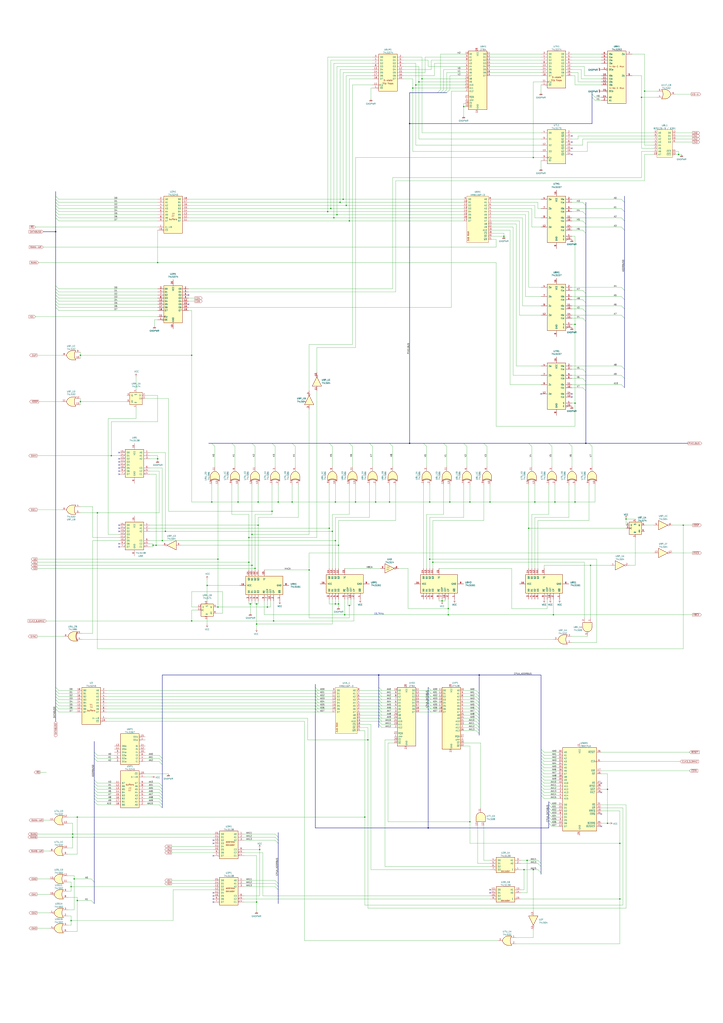
<source format=kicad_sch>
(kicad_sch (version 20230121) (generator eeschema)
  (paper "A1" portrait)
  (title_block (title "EXERION") (rev "A0") (company "JALECO EX-8315") (comment 1 "MADE IN JAPAN") (comment 2 "TRANSCRIBED BY ANTON GALE"))
  (bus_alias "CPUA_ADDRBUS" (members "A0" "A1" "A2" "A3"))
  (bus_alias "ADDRBUS0" (members "A0" "A1" "A2" "A3"))
  (junction (at 336.55 364.49))
  (junction (at 209.55 467.36))
  (junction (at 228.6 412.75))
  (junction (at 45.72 190.5))
  (junction (at 240.03 412.75))
  (junction (at 557.53 127))
  (junction (at 369.57 412.75))
  (junction (at 274.32 179.07))
  (junction (at 170.18 481.33))
  (junction (at 430.53 715.01))
  (junction (at 455.93 412.75))
  (junction (at 454.66 505.46))
  (junction (at 341.63 69.85))
  (junction (at 279.4 166.37))
  (junction (at 353.06 412.75))
  (junction (at 129.54 377.19))
  (junction (at 224.79 510.54))
  (junction (at 59.69 688.34))
  (junction (at 368.3 505.46))
  (junction (at 210.82 496.57))
  (junction (at 204.47 462.28))
  (junction (at 204.47 441.96))
  (junction (at 381 87.63))
  (junction (at 287.02 497.84))
  (junction (at 128.27 448.31))
  (junction (at 63.5 740.41))
  (junction (at 59.69 685.8))
  (junction (at 207.01 464.82))
  (junction (at 499.11 676.91))
  (junction (at 439.42 412.75))
  (junction (at 393.7 554.99))
  (junction (at 355.6 462.28))
  (junction (at 91.44 374.65))
  (junction (at 212.09 412.75))
  (junction (at 485.14 464.82))
  (junction (at 66.04 330.2))
  (junction (at 509.27 693.42))
  (junction (at 210.82 513.08))
  (junction (at 179.07 499.11))
  (junction (at 302.26 608.33))
  (junction (at 311.15 554.99))
  (junction (at 344.17 67.31))
  (junction (at 275.59 444.5))
  (junction (at 561.34 431.8))
  (junction (at 472.44 412.75))
  (junction (at 499.11 648.97))
  (junction (at 353.06 459.74))
  (junction (at 287.02 181.61))
  (junction (at 472.44 266.7))
  (junction (at 438.15 715.01))
  (junction (at 270.51 434.34))
  (junction (at 271.78 171.45))
  (junction (at 275.59 412.75))
  (junction (at 58.42 728.98))
  (junction (at 157.48 292.1))
  (junction (at 283.21 505.46))
  (junction (at 129.54 215.9))
  (junction (at 195.58 412.75))
  (junction (at 529.59 74.93))
  (junction (at 60.96 722.63))
  (junction (at 308.61 412.75))
  (junction (at 284.48 168.91))
  (junction (at 157.48 510.54))
  (junction (at 212.09 431.8))
  (junction (at 125.73 448.31))
  (junction (at 80.01 421.64))
  (junction (at 527.05 80.01))
  (junction (at 278.13 496.57))
  (junction (at 63.5 671.83))
  (junction (at 269.24 173.99))
  (junction (at 434.34 434.34))
  (junction (at 299.72 671.83))
  (junction (at 472.44 331.47))
  (junction (at 438.15 129.54))
  (junction (at 292.1 412.75))
  (junction (at 275.59 496.57))
  (junction (at 281.94 163.83))
  (junction (at 276.86 176.53))
  (junction (at 351.79 680.72))
  (junction (at 207.01 439.42))
  (junction (at 219.71 499.11))
  (junction (at 346.71 64.77))
  (junction (at 320.04 412.75))
  (junction (at 66.04 292.1))
  (junction (at 336.55 101.6))
  (junction (at 223.52 420.37))
  (junction (at 210.82 741.68))
  (junction (at 173.99 412.75))
  (junction (at 386.08 675.64))
  (junction (at 213.36 698.5))
  (junction (at 339.09 72.39))
  (junction (at 514.35 426.72))
  (junction (at 133.35 444.5))
  (junction (at 363.22 494.03))
  (junction (at 58.42 756.92))
  (junction (at 273.05 436.88))
  (junction (at 481.33 364.49))
  (junction (at 386.08 412.75))
  (junction (at 509.27 739.14))
  (junction (at 278.13 448.31))
  (junction (at 179.07 459.74))
  (junction (at 254 468.63))
  (junction (at 135.89 436.88))
  (junction (at 414.02 194.31))
  (junction (at 402.59 412.75))
  (junction (at 368.3 500.38))
  (junction (at 205.74 496.57))
  (junction (at 433.07 707.39))
  (no_connect (at 175.26 693.42))
  (no_connect (at 175.26 703.58))
  (no_connect (at 175.26 690.88))
  (no_connect (at 175.26 734.06))
  (no_connect (at 175.26 736.6))
  (no_connect (at 175.26 741.68))
  (no_connect (at 175.26 739.14))
  (no_connect (at 469.9 111.76))
  (no_connect (at 469.9 116.84))
  (no_connect (at 469.9 121.92))
  (no_connect (at 469.9 127))
  (no_connect (at 494.03 679.45))
  (no_connect (at 154.94 250.19))
  (no_connect (at 97.79 449.58))
  (no_connect (at 97.79 382.27))
  (no_connect (at 154.94 242.57))
  (no_connect (at 97.79 436.88))
  (no_connect (at 494.03 669.29))
  (no_connect (at 494.03 643.89))
  (no_connect (at 494.03 651.51))
  (no_connect (at 469.9 326.39))
  (no_connect (at 402.59 734.06))
  (no_connect (at 402.59 731.52))
  (no_connect (at 97.79 447.04))
  (no_connect (at 97.79 384.81))
  (no_connect (at 97.79 389.89))
  (no_connect (at 97.79 377.19))
  (no_connect (at 97.79 372.11))
  (no_connect (at 97.79 434.34))
  (no_connect (at 444.5 323.85))
  (no_connect (at 469.9 323.85))
  (no_connect (at 97.79 431.8))
  (no_connect (at 97.79 387.35))
  (no_connect (at 97.79 379.73))
  (bus_entry (at 45.72 179.07) (size 2.54 2.54))
  (bus_entry (at 45.72 176.53) (size 2.54 2.54))
  (bus_entry (at 45.72 173.99) (size 2.54 2.54))
  (bus_entry (at 45.72 171.45) (size 2.54 2.54))
  (bus_entry (at 45.72 163.83) (size 2.54 2.54))
  (bus_entry (at 45.72 168.91) (size 2.54 2.54))
  (bus_entry (at 45.72 166.37) (size 2.54 2.54))
  (bus_entry (at 45.72 250.19) (size 2.54 2.54))
  (bus_entry (at 311.15 590.55) (size 2.54 2.54))
  (bus_entry (at 311.15 595.63) (size 2.54 2.54))
  (bus_entry (at 311.15 593.09) (size 2.54 2.54))
  (bus_entry (at 311.15 588.01) (size 2.54 2.54))
  (bus_entry (at 311.15 565.15) (size 2.54 2.54))
  (bus_entry (at 311.15 585.47) (size 2.54 2.54))
  (bus_entry (at 311.15 580.39) (size 2.54 2.54))
  (bus_entry (at 311.15 582.93) (size 2.54 2.54))
  (bus_entry (at 311.15 575.31) (size 2.54 2.54))
  (bus_entry (at 311.15 567.69) (size 2.54 2.54))
  (bus_entry (at 311.15 572.77) (size 2.54 2.54))
  (bus_entry (at 311.15 570.23) (size 2.54 2.54))
  (bus_entry (at 311.15 577.85) (size 2.54 2.54))
  (bus_entry (at 45.72 234.95) (size 2.54 2.54))
  (bus_entry (at 478.79 303.53) (size 2.54 2.54))
  (bus_entry (at 478.79 261.62) (size 2.54 2.54))
  (bus_entry (at 478.79 173.99) (size 2.54 2.54))
  (bus_entry (at 391.16 582.93) (size 2.54 2.54))
  (bus_entry (at 391.16 585.47) (size 2.54 2.54))
  (bus_entry (at 391.16 590.55) (size 2.54 2.54))
  (bus_entry (at 391.16 595.63) (size 2.54 2.54))
  (bus_entry (at 391.16 593.09) (size 2.54 2.54))
  (bus_entry (at 391.16 577.85) (size 2.54 2.54))
  (bus_entry (at 391.16 580.39) (size 2.54 2.54))
  (bus_entry (at 391.16 570.23) (size 2.54 2.54))
  (bus_entry (at 391.16 572.77) (size 2.54 2.54))
  (bus_entry (at 391.16 567.69) (size 2.54 2.54))
  (bus_entry (at 391.16 588.01) (size 2.54 2.54))
  (bus_entry (at 391.16 598.17) (size 2.54 2.54))
  (bus_entry (at 391.16 575.31) (size 2.54 2.54))
  (bus_entry (at 45.72 237.49) (size 2.54 2.54))
  (bus_entry (at 397.51 364.49) (size 2.54 2.54))
  (bus_entry (at 483.87 364.49) (size 2.54 2.54))
  (bus_entry (at 434.34 364.49) (size 2.54 2.54))
  (bus_entry (at 270.51 364.49) (size 2.54 2.54))
  (bus_entry (at 240.03 364.49) (size 2.54 2.54))
  (bus_entry (at 207.01 364.49) (size 2.54 2.54))
  (bus_entry (at 45.72 245.11) (size 2.54 2.54))
  (bus_entry (at 510.54 316.23) (size 2.54 2.54))
  (bus_entry (at 391.16 600.71) (size 2.54 2.54))
  (bus_entry (at 320.04 364.49) (size 2.54 2.54))
  (bus_entry (at 510.54 236.22) (size 2.54 2.54))
  (bus_entry (at 361.95 73.66) (size -2.54 2.54))
  (bus_entry (at 478.79 166.37) (size 2.54 2.54))
  (bus_entry (at 478.79 238.76) (size 2.54 2.54))
  (bus_entry (at 45.72 161.29) (size 2.54 2.54))
  (bus_entry (at 361.95 76.2) (size 2.54 -2.54))
  (bus_entry (at 364.49 76.2) (size 2.54 -2.54))
  (bus_entry (at 367.03 76.2) (size 2.54 -2.54))
  (bus_entry (at 45.72 577.85) (size 2.54 2.54))
  (bus_entry (at 45.72 575.31) (size 2.54 2.54))
  (bus_entry (at 45.72 572.77) (size 2.54 2.54))
  (bus_entry (at 45.72 570.23) (size 2.54 2.54))
  (bus_entry (at 45.72 567.69) (size 2.54 2.54))
  (bus_entry (at 45.72 565.15) (size 2.54 2.54))
  (bus_entry (at 45.72 582.93) (size 2.54 2.54))
  (bus_entry (at 45.72 580.39) (size 2.54 2.54))
  (bus_entry (at 467.36 364.49) (size 2.54 2.54))
  (bus_entry (at 510.54 300.99) (size 2.54 2.54))
  (bus_entry (at 444.5 646.43) (size 2.54 2.54))
  (bus_entry (at 444.5 643.89) (size 2.54 2.54))
  (bus_entry (at 444.5 641.35) (size 2.54 2.54))
  (bus_entry (at 444.5 638.81) (size 2.54 2.54))
  (bus_entry (at 444.5 636.27) (size 2.54 2.54))
  (bus_entry (at 444.5 633.73) (size 2.54 2.54))
  (bus_entry (at 444.5 631.19) (size 2.54 2.54))
  (bus_entry (at 444.5 654.05) (size 2.54 2.54))
  (bus_entry (at 444.5 648.97) (size 2.54 2.54))
  (bus_entry (at 444.5 651.51) (size 2.54 2.54))
  (bus_entry (at 444.5 621.03) (size 2.54 2.54))
  (bus_entry (at 444.5 618.49) (size 2.54 2.54))
  (bus_entry (at 444.5 615.95) (size 2.54 2.54))
  (bus_entry (at 444.5 628.65) (size 2.54 2.54))
  (bus_entry (at 444.5 623.57) (size 2.54 2.54))
  (bus_entry (at 444.5 626.11) (size 2.54 2.54))
  (bus_entry (at 486.41 77.47) (size 2.54 2.54))
  (bus_entry (at 486.41 80.01) (size 2.54 2.54))
  (bus_entry (at 287.02 364.49) (size 2.54 2.54))
  (bus_entry (at 478.79 189.23) (size 2.54 2.54))
  (bus_entry (at 45.72 252.73) (size 2.54 2.54))
  (bus_entry (at 74.93 740.41) (size 2.54 2.54))
  (bus_entry (at 74.93 722.63) (size 2.54 2.54))
  (bus_entry (at 223.52 364.49) (size 2.54 2.54))
  (bus_entry (at 381 364.49) (size 2.54 2.54))
  (bus_entry (at 364.49 364.49) (size 2.54 2.54))
  (bus_entry (at 478.79 254) (size 2.54 2.54))
  (bus_entry (at 45.72 242.57) (size 2.54 2.54))
  (bus_entry (at 226.06 688.34) (size 2.54 2.54))
  (bus_entry (at 226.06 685.8) (size 2.54 2.54))
  (bus_entry (at 226.06 690.88) (size 2.54 2.54))
  (bus_entry (at 226.06 726.44) (size 2.54 2.54))
  (bus_entry (at 226.06 728.98) (size 2.54 2.54))
  (bus_entry (at 226.06 723.9) (size 2.54 2.54))
  (bus_entry (at 510.54 259.08) (size 2.54 2.54))
  (bus_entry (at 130.81 659.13) (size 2.54 2.54))
  (bus_entry (at 130.81 661.67) (size 2.54 2.54))
  (bus_entry (at 130.81 656.59) (size 2.54 2.54))
  (bus_entry (at 130.81 651.51) (size 2.54 2.54))
  (bus_entry (at 130.81 646.43) (size 2.54 2.54))
  (bus_entry (at 130.81 648.97) (size 2.54 2.54))
  (bus_entry (at 130.81 654.05) (size 2.54 2.54))
  (bus_entry (at 130.81 623.57) (size 2.54 2.54))
  (bus_entry (at 130.81 621.03) (size 2.54 2.54))
  (bus_entry (at 130.81 626.11) (size 2.54 2.54))
  (bus_entry (at 130.81 643.89) (size 2.54 2.54))
  (bus_entry (at 77.47 618.49) (size 2.54 2.54))
  (bus_entry (at 77.47 621.03) (size 2.54 2.54))
  (bus_entry (at 77.47 623.57) (size 2.54 2.54))
  (bus_entry (at 45.72 240.03) (size 2.54 2.54))
  (bus_entry (at 510.54 163.83) (size 2.54 2.54))
  (bus_entry (at 450.85 671.83) (size 2.54 2.54))
  (bus_entry (at 450.85 676.91) (size 2.54 2.54))
  (bus_entry (at 450.85 669.29) (size 2.54 2.54))
  (bus_entry (at 450.85 674.37) (size 2.54 2.54))
  (bus_entry (at 450.85 659.13) (size 2.54 2.54))
  (bus_entry (at 450.85 661.67) (size 2.54 2.54))
  (bus_entry (at 450.85 664.21) (size 2.54 2.54))
  (bus_entry (at 450.85 666.75) (size 2.54 2.54))
  (bus_entry (at 478.79 246.38) (size 2.54 2.54))
  (bus_entry (at 510.54 179.07) (size 2.54 2.54))
  (bus_entry (at 45.72 247.65) (size 2.54 2.54))
  (bus_entry (at 478.79 181.61) (size 2.54 2.54))
  (bus_entry (at 190.5 364.49) (size 2.54 2.54))
  (bus_entry (at 303.53 364.49) (size 2.54 2.54))
  (bus_entry (at 510.54 251.46) (size 2.54 2.54))
  (bus_entry (at 478.79 311.15) (size 2.54 2.54))
  (bus_entry (at 478.79 318.77) (size 2.54 2.54))
  (bus_entry (at 510.54 186.69) (size 2.54 2.54))
  (bus_entry (at 77.47 659.13) (size 2.54 2.54))
  (bus_entry (at 77.47 656.59) (size 2.54 2.54))
  (bus_entry (at 77.47 641.35) (size 2.54 2.54))
  (bus_entry (at 77.47 654.05) (size 2.54 2.54))
  (bus_entry (at 77.47 651.51) (size 2.54 2.54))
  (bus_entry (at 77.47 648.97) (size 2.54 2.54))
  (bus_entry (at 77.47 643.89) (size 2.54 2.54))
  (bus_entry (at 77.47 646.43) (size 2.54 2.54))
  (bus_entry (at 259.08 565.15) (size 2.54 2.54))
  (bus_entry (at 173.99 364.49) (size 2.54 2.54))
  (bus_entry (at 259.08 575.31) (size 2.54 2.54))
  (bus_entry (at 259.08 577.85) (size 2.54 2.54))
  (bus_entry (at 259.08 572.77) (size 2.54 2.54))
  (bus_entry (at 259.08 570.23) (size 2.54 2.54))
  (bus_entry (at 259.08 567.69) (size 2.54 2.54))
  (bus_entry (at 259.08 582.93) (size 2.54 2.54))
  (bus_entry (at 259.08 580.39) (size 2.54 2.54))
  (bus_entry (at 450.85 364.49) (size 2.54 2.54))
  (bus_entry (at 351.79 582.93) (size 2.54 2.54))
  (bus_entry (at 351.79 572.77) (size 2.54 2.54))
  (bus_entry (at 351.79 565.15) (size 2.54 2.54))
  (bus_entry (at 351.79 580.39) (size 2.54 2.54))
  (bus_entry (at 351.79 575.31) (size 2.54 2.54))
  (bus_entry (at 351.79 567.69) (size 2.54 2.54))
  (bus_entry (at 351.79 570.23) (size 2.54 2.54))
  (bus_entry (at 351.79 577.85) (size 2.54 2.54))
  (bus_entry (at 347.98 364.49) (size 2.54 2.54))
  (bus_entry (at 510.54 243.84) (size 2.54 2.54))
  (bus_entry (at 510.54 171.45) (size 2.54 2.54))
  (bus_entry (at 510.54 308.61) (size 2.54 2.54))
  (bus_entry (at 441.96 707.39) (size 2.54 2.54))
  (bus_entry (at 441.96 715.01) (size 2.54 2.54))
  (bus_entry (at 441.96 709.93) (size 2.54 2.54))
  (wire (pts (xy 254 336.55) (xy 254 439.42)))
  (bus (pts (xy 311.15 580.39) (xy 311.15 582.93)))
  (wire (pts (xy 154.94 173.99) (xy 269.24 173.99)))
  (wire (pts (xy 469.9 243.84) (xy 510.54 243.84)))
  (wire (pts (xy 154.94 166.37) (xy 279.4 166.37)))
  (wire (pts (xy 529.59 74.93) (xy 539.75 74.93)))
  (wire (pts (xy 140.97 701.04) (xy 175.26 701.04)))
  (wire (pts (xy 182.88 486.41) (xy 157.48 486.41)))
  (wire (pts (xy 129.54 377.19) (xy 129.54 378.46)))
  (wire (pts (xy 344.17 580.39) (xy 351.79 580.39)))
  (wire (pts (xy 322.58 237.49) (xy 322.58 146.05)))
  (wire (pts (xy 472.44 398.78) (xy 472.44 412.75)))
  (wire (pts (xy 76.2 441.96) (xy 76.2 416.56)))
  (wire (pts (xy 561.34 431.8) (xy 568.96 431.8)))
  (wire (pts (xy 215.9 701.04) (xy 215.9 736.6)))
  (wire (pts (xy 157.48 510.54) (xy 224.79 510.54)))
  (bus (pts (xy 311.15 570.23) (xy 311.15 572.77)))
  (wire (pts (xy 287.02 497.84) (xy 288.29 497.84)))
  (bus (pts (xy 133.35 628.65) (xy 133.35 646.43)))
  (wire (pts (xy 67.31 525.78) (xy 454.66 525.78)))
  (bus (pts (xy 450.85 664.21) (xy 450.85 666.75)))
  (bus (pts (xy 45.72 247.65) (xy 45.72 250.19)))
  (wire (pts (xy 469.9 308.61) (xy 510.54 308.61)))
  (wire (pts (xy 308.61 412.75) (xy 320.04 412.75)))
  (wire (pts (xy 242.57 383.54) (xy 242.57 367.03)))
  (wire (pts (xy 453.39 674.37) (xy 458.47 674.37)))
  (wire (pts (xy 306.07 62.23) (xy 284.48 62.23)))
  (wire (pts (xy 351.79 567.69) (xy 354.33 567.69)))
  (bus (pts (xy 513.08 161.29) (xy 513.08 166.37)))
  (wire (pts (xy 129.54 325.12) (xy 129.54 346.71)))
  (bus (pts (xy 393.7 593.09) (xy 393.7 595.63)))
  (bus (pts (xy 133.35 654.05) (xy 133.35 656.59)))
  (wire (pts (xy 344.17 577.85) (xy 351.79 577.85)))
  (wire (pts (xy 306.07 49.53) (xy 271.78 49.53)))
  (wire (pts (xy 179.07 398.78) (xy 179.07 459.74)))
  (wire (pts (xy 351.79 575.31) (xy 354.33 575.31)))
  (wire (pts (xy 331.47 49.53) (xy 351.79 49.53)))
  (wire (pts (xy 311.15 585.47) (xy 313.69 585.47)))
  (wire (pts (xy 344.17 582.93) (xy 351.79 582.93)))
  (bus (pts (xy 351.79 582.93) (xy 351.79 680.72)))
  (wire (pts (xy 427.99 731.52) (xy 430.53 731.52)))
  (wire (pts (xy 420.37 500.38) (xy 449.58 500.38)))
  (wire (pts (xy 325.12 148.59) (xy 529.59 148.59)))
  (wire (pts (xy 467.36 398.78) (xy 467.36 425.45)))
  (bus (pts (xy 351.79 572.77) (xy 351.79 575.31)))
  (wire (pts (xy 306.07 72.39) (xy 304.8 72.39)))
  (wire (pts (xy 402.59 709.93) (xy 392.43 709.93)))
  (bus (pts (xy 270.51 364.49) (xy 287.02 364.49)))
  (bus (pts (xy 393.7 554.99) (xy 393.7 570.23)))
  (wire (pts (xy 354.33 575.31) (xy 360.68 575.31)))
  (wire (pts (xy 514.35 661.67) (xy 514.35 746.76)))
  (wire (pts (xy 474.98 111.76) (xy 537.21 111.76)))
  (bus (pts (xy 77.47 609.6) (xy 77.47 618.49)))
  (wire (pts (xy 295.91 590.55) (xy 311.15 590.55)))
  (wire (pts (xy 205.74 496.57) (xy 207.01 496.57)))
  (wire (pts (xy 383.54 367.03) (xy 383.54 383.54)))
  (wire (pts (xy 59.69 685.8) (xy 30.48 685.8)))
  (wire (pts (xy 213.36 736.6) (xy 213.36 698.5)))
  (wire (pts (xy 351.79 582.93) (xy 354.33 582.93)))
  (wire (pts (xy 351.79 577.85) (xy 354.33 577.85)))
  (wire (pts (xy 444.5 59.69) (xy 402.59 59.69)))
  (wire (pts (xy 140.97 726.44) (xy 175.26 726.44)))
  (wire (pts (xy 469.9 300.99) (xy 510.54 300.99)))
  (wire (pts (xy 55.88 753.11) (xy 58.42 753.11)))
  (wire (pts (xy 537.21 454.66) (xy 254 454.66)))
  (wire (pts (xy 554.99 127) (xy 557.53 127)))
  (bus (pts (xy 513.08 181.61) (xy 513.08 189.23)))
  (wire (pts (xy 275.59 425.45) (xy 303.53 425.45)))
  (wire (pts (xy 331.47 62.23) (xy 356.87 62.23)))
  (wire (pts (xy 135.89 372.11) (xy 135.89 436.88)))
  (wire (pts (xy 276.86 176.53) (xy 381 176.53)))
  (wire (pts (xy 193.04 383.54) (xy 193.04 367.03)))
  (wire (pts (xy 363.22 494.03) (xy 365.76 494.03)))
  (wire (pts (xy 347.98 398.78) (xy 347.98 467.36)))
  (bus (pts (xy 35.56 190.5) (xy 45.72 190.5)))
  (bus (pts (xy 77.47 651.51) (xy 77.47 654.05)))
  (wire (pts (xy 200.66 685.8) (xy 226.06 685.8)))
  (wire (pts (xy 154.94 255.27) (xy 157.48 255.27)))
  (wire (pts (xy 289.56 69.85) (xy 289.56 283.21)))
  (bus (pts (xy 481.33 241.3) (xy 481.33 248.92)))
  (wire (pts (xy 295.91 588.01) (xy 311.15 588.01)))
  (wire (pts (xy 438.15 67.31) (xy 444.5 67.31)))
  (wire (pts (xy 453.39 676.91) (xy 458.47 676.91)))
  (wire (pts (xy 447.04 633.73) (xy 458.47 633.73)))
  (wire (pts (xy 447.04 643.89) (xy 458.47 643.89)))
  (wire (pts (xy 60.96 722.63) (xy 60.96 748.03)))
  (wire (pts (xy 424.18 184.15) (xy 424.18 300.99)))
  (wire (pts (xy 313.69 585.47) (xy 323.85 585.47)))
  (wire (pts (xy 477.52 57.15) (xy 477.52 64.77)))
  (wire (pts (xy 270.51 434.34) (xy 270.51 398.78)))
  (wire (pts (xy 427.99 707.39) (xy 433.07 707.39)))
  (wire (pts (xy 381 582.93) (xy 391.16 582.93)))
  (wire (pts (xy 200.66 726.44) (xy 226.06 726.44)))
  (wire (pts (xy 273.05 492.76) (xy 273.05 513.08)))
  (bus (pts (xy 444.5 709.93) (xy 444.5 712.47)))
  (wire (pts (xy 313.69 588.01) (xy 323.85 588.01)))
  (wire (pts (xy 306.07 383.54) (xy 306.07 367.03)))
  (wire (pts (xy 48.26 250.19) (xy 129.54 250.19)))
  (bus (pts (xy 287.02 364.49) (xy 303.53 364.49)))
  (wire (pts (xy 447.04 646.43) (xy 458.47 646.43)))
  (wire (pts (xy 261.62 567.69) (xy 273.05 567.69)))
  (bus (pts (xy 481.33 248.92) (xy 481.33 256.54)))
  (wire (pts (xy 381 570.23) (xy 391.16 570.23)))
  (wire (pts (xy 295.91 585.47) (xy 311.15 585.47)))
  (wire (pts (xy 80.01 654.05) (xy 93.98 654.05)))
  (wire (pts (xy 438.15 764.54) (xy 438.15 770.89)))
  (wire (pts (xy 58.42 725.17) (xy 58.42 728.98)))
  (wire (pts (xy 80.01 651.51) (xy 93.98 651.51)))
  (wire (pts (xy 469.9 171.45) (xy 510.54 171.45)))
  (wire (pts (xy 514.35 426.72) (xy 521.97 426.72)))
  (wire (pts (xy 439.42 168.91) (xy 439.42 179.07)))
  (wire (pts (xy 449.58 500.38) (xy 449.58 492.76)))
  (wire (pts (xy 434.34 173.99) (xy 434.34 236.22)))
  (wire (pts (xy 299.72 600.71) (xy 295.91 600.71)))
  (wire (pts (xy 313.69 580.39) (xy 323.85 580.39)))
  (wire (pts (xy 365.76 494.03) (xy 365.76 492.76)))
  (bus (pts (xy 444.5 623.57) (xy 444.5 626.11)))
  (wire (pts (xy 382.27 54.61) (xy 351.79 54.61)))
  (wire (pts (xy 259.08 567.69) (xy 261.62 567.69)))
  (wire (pts (xy 60.96 722.63) (xy 74.93 722.63)))
  (wire (pts (xy 414.02 191.77) (xy 414.02 194.31)))
  (wire (pts (xy 190.5 398.78) (xy 190.5 422.91)))
  (bus (pts (xy 77.47 654.05) (xy 77.47 656.59)))
  (wire (pts (xy 381 87.63) (xy 382.27 87.63)))
  (wire (pts (xy 87.63 585.47) (xy 261.62 585.47)))
  (wire (pts (xy 313.69 570.23) (xy 323.85 570.23)))
  (bus (pts (xy 45.72 237.49) (xy 45.72 240.03)))
  (bus (pts (xy 259.08 582.93) (xy 259.08 680.72)))
  (wire (pts (xy 111.76 335.28) (xy 111.76 344.17)))
  (wire (pts (xy 55.88 725.17) (xy 58.42 725.17)))
  (wire (pts (xy 488.95 412.75) (xy 488.95 398.78)))
  (wire (pts (xy 87.63 577.85) (xy 259.08 577.85)))
  (wire (pts (xy 439.42 398.78) (xy 439.42 412.75)))
  (wire (pts (xy 474.98 114.3) (xy 474.98 111.76)))
  (wire (pts (xy 364.49 398.78) (xy 364.49 422.91)))
  (bus (pts (xy 481.33 321.31) (xy 481.33 364.49)))
  (wire (pts (xy 444.5 109.22) (xy 346.71 109.22)))
  (bus (pts (xy 513.08 311.15) (xy 513.08 318.77)))
  (wire (pts (xy 48.26 245.11) (xy 129.54 245.11)))
  (bus (pts (xy 259.08 572.77) (xy 259.08 575.31)))
  (wire (pts (xy 212.09 431.8) (xy 212.09 468.63)))
  (wire (pts (xy 453.39 664.21) (xy 458.47 664.21)))
  (wire (pts (xy 355.6 462.28) (xy 355.6 467.36)))
  (wire (pts (xy 436.88 422.91) (xy 436.88 467.36)))
  (bus (pts (xy 483.87 364.49) (xy 565.15 364.49)))
  (wire (pts (xy 63.5 671.83) (xy 55.88 671.83)))
  (wire (pts (xy 421.64 186.69) (xy 421.64 308.61)))
  (wire (pts (xy 433.07 734.06) (xy 433.07 707.39)))
  (wire (pts (xy 48.26 570.23) (xy 62.23 570.23)))
  (wire (pts (xy 469.9 236.22) (xy 510.54 236.22)))
  (wire (pts (xy 278.13 427.99) (xy 278.13 448.31)))
  (wire (pts (xy 274.32 52.07) (xy 274.32 179.07)))
  (wire (pts (xy 403.86 171.45) (xy 436.88 171.45)))
  (wire (pts (xy 381 613.41) (xy 386.08 613.41)))
  (wire (pts (xy 138.43 327.66) (xy 119.38 327.66)))
  (wire (pts (xy 354.33 582.93) (xy 360.68 582.93)))
  (wire (pts (xy 196.85 481.33) (xy 170.18 481.33)))
  (bus (pts (xy 450.85 671.83) (xy 450.85 674.37)))
  (wire (pts (xy 557.53 124.46) (xy 557.53 127)))
  (wire (pts (xy 154.94 163.83) (xy 281.94 163.83)))
  (wire (pts (xy 311.15 593.09) (xy 313.69 593.09)))
  (wire (pts (xy 48.26 242.57) (xy 129.54 242.57)))
  (wire (pts (xy 397.51 398.78) (xy 397.51 427.99)))
  (wire (pts (xy 123.19 436.88) (xy 135.89 436.88)))
  (wire (pts (xy 355.6 462.28) (xy 480.06 462.28)))
  (wire (pts (xy 302.26 608.33) (xy 302.26 598.17)))
  (wire (pts (xy 55.88 720.09) (xy 60.96 720.09)))
  (wire (pts (xy 260.35 321.31) (xy 260.35 441.96)))
  (wire (pts (xy 350.52 422.91) (xy 350.52 467.36)))
  (wire (pts (xy 424.18 300.99) (xy 444.5 300.99)))
  (bus (pts (xy 311.15 577.85) (xy 311.15 580.39)))
  (wire (pts (xy 119.38 621.03) (xy 130.81 621.03)))
  (wire (pts (xy 48.26 575.31) (xy 62.23 575.31)))
  (wire (pts (xy 290.83 510.54) (xy 290.83 492.76)))
  (bus (pts (xy 45.72 176.53) (xy 45.72 179.07)))
  (wire (pts (xy 382.27 74.93) (xy 370.84 74.93)))
  (wire (pts (xy 200.66 690.88) (xy 226.06 690.88)))
  (wire (pts (xy 447.04 618.49) (xy 458.47 618.49)))
  (wire (pts (xy 494.03 676.91) (xy 499.11 676.91)))
  (bus (pts (xy 481.33 364.49) (xy 483.87 364.49)))
  (wire (pts (xy 177.8 499.11) (xy 179.07 499.11)))
  (wire (pts (xy 119.38 661.67) (xy 130.81 661.67)))
  (wire (pts (xy 177.8 504.19) (xy 182.88 504.19)))
  (bus (pts (xy 359.41 76.2) (xy 361.95 76.2)))
  (wire (pts (xy 154.94 181.61) (xy 287.02 181.61)))
  (wire (pts (xy 306.07 46.99) (xy 269.24 46.99)))
  (bus (pts (xy 133.35 648.97) (xy 133.35 651.51)))
  (wire (pts (xy 289.56 283.21) (xy 254 283.21)))
  (wire (pts (xy 80.01 626.11) (xy 93.98 626.11)))
  (wire (pts (xy 223.52 420.37) (xy 223.52 422.91)))
  (wire (pts (xy 48.26 567.69) (xy 62.23 567.69)))
  (wire (pts (xy 138.43 420.37) (xy 138.43 327.66)))
  (wire (pts (xy 48.26 252.73) (xy 129.54 252.73)))
  (wire (pts (xy 469.9 318.77) (xy 478.79 318.77)))
  (wire (pts (xy 154.94 237.49) (xy 322.58 237.49)))
  (bus (pts (xy 45.72 245.11) (xy 45.72 247.65)))
  (wire (pts (xy 179.07 499.11) (xy 219.71 499.11)))
  (wire (pts (xy 397.51 679.45) (xy 397.51 707.39)))
  (wire (pts (xy 381 567.69) (xy 391.16 567.69)))
  (bus (pts (xy 481.33 313.69) (xy 481.33 321.31)))
  (wire (pts (xy 91.44 374.65) (xy 97.79 374.65)))
  (wire (pts (xy 207.01 398.78) (xy 207.01 439.42)))
  (wire (pts (xy 441.96 166.37) (xy 441.96 171.45)))
  (wire (pts (xy 223.52 422.91) (xy 209.55 422.91)))
  (wire (pts (xy 210.82 513.08) (xy 273.05 513.08)))
  (wire (pts (xy 204.47 422.91) (xy 204.47 441.96)))
  (wire (pts (xy 474.98 59.69) (xy 474.98 67.31)))
  (wire (pts (xy 529.59 119.38) (xy 537.21 119.38)))
  (wire (pts (xy 204.47 441.96) (xy 204.47 462.28)))
  (bus (pts (xy 393.7 580.39) (xy 393.7 582.93)))
  (wire (pts (xy 509.27 693.42) (xy 509.27 739.14)))
  (wire (pts (xy 469.9 44.45) (xy 494.03 44.45)))
  (wire (pts (xy 157.48 499.11) (xy 162.56 499.11)))
  (wire (pts (xy 170.18 481.33) (xy 170.18 476.25)))
  (wire (pts (xy 403.86 196.85) (xy 407.67 196.85)))
  (wire (pts (xy 381 585.47) (xy 391.16 585.47)))
  (wire (pts (xy 133.35 444.5) (xy 275.59 444.5)))
  (bus (pts (xy 351.79 567.69) (xy 351.79 570.23)))
  (wire (pts (xy 346.71 46.99) (xy 331.47 46.99)))
  (wire (pts (xy 119.38 656.59) (xy 130.81 656.59)))
  (wire (pts (xy 133.35 448.31) (xy 128.27 448.31)))
  (wire (pts (xy 50.8 330.2) (xy 31.75 330.2)))
  (wire (pts (xy 306.07 52.07) (xy 274.32 52.07)))
  (bus (pts (xy 133.35 646.43) (xy 133.35 648.97)))
  (wire (pts (xy 311.15 588.01) (xy 313.69 588.01)))
  (wire (pts (xy 444.5 46.99) (xy 402.59 46.99)))
  (wire (pts (xy 302.26 608.33) (xy 252.73 608.33)))
  (bus (pts (xy 259.08 575.31) (xy 259.08 577.85)))
  (bus (pts (xy 444.5 554.99) (xy 444.5 615.95)))
  (wire (pts (xy 427.99 709.93) (xy 441.96 709.93)))
  (bus (pts (xy 364.49 364.49) (xy 381 364.49)))
  (bus (pts (xy 361.95 76.2) (xy 364.49 76.2)))
  (bus (pts (xy 351.79 580.39) (xy 351.79 582.93)))
  (wire (pts (xy 313.69 572.77) (xy 323.85 572.77)))
  (bus (pts (xy 481.33 256.54) (xy 481.33 264.16)))
  (wire (pts (xy 261.62 582.93) (xy 273.05 582.93)))
  (bus (pts (xy 320.04 364.49) (xy 336.55 364.49)))
  (wire (pts (xy 469.9 246.38) (xy 478.79 246.38)))
  (wire (pts (xy 557.53 127) (xy 560.07 127)))
  (wire (pts (xy 38.1 510.54) (xy 157.48 510.54)))
  (wire (pts (xy 157.48 501.65) (xy 157.48 510.54)))
  (wire (pts (xy 223.52 398.78) (xy 223.52 420.37)))
  (wire (pts (xy 316.23 608.33) (xy 323.85 608.33)))
  (wire (pts (xy 447.04 638.81) (xy 458.47 638.81)))
  (wire (pts (xy 261.62 572.77) (xy 273.05 572.77)))
  (wire (pts (xy 426.72 259.08) (xy 444.5 259.08)))
  (wire (pts (xy 88.9 439.42) (xy 97.79 439.42)))
  (wire (pts (xy 344.17 67.31) (xy 382.27 67.31)))
  (bus (pts (xy 351.79 565.15) (xy 351.79 567.69)))
  (wire (pts (xy 289.56 383.54) (xy 289.56 367.03)))
  (bus (pts (xy 393.7 598.17) (xy 393.7 600.71)))
  (bus (pts (xy 77.47 656.59) (xy 77.47 659.13)))
  (wire (pts (xy 63.5 737.87) (xy 63.5 740.41)))
  (bus (pts (xy 444.5 628.65) (xy 444.5 631.19)))
  (wire (pts (xy 318.77 610.87) (xy 318.77 675.64)))
  (wire (pts (xy 335.28 500.38) (xy 368.3 500.38)))
  (wire (pts (xy 313.69 598.17) (xy 323.85 598.17)))
  (wire (pts (xy 351.79 580.39) (xy 354.33 580.39)))
  (wire (pts (xy 123.19 384.81) (xy 133.35 384.81)))
  (wire (pts (xy 400.05 383.54) (xy 400.05 367.03)))
  (wire (pts (xy 311.15 575.31) (xy 313.69 575.31)))
  (wire (pts (xy 469.9 59.69) (xy 474.98 59.69)))
  (bus (pts (xy 133.35 661.67) (xy 133.35 664.21)))
  (wire (pts (xy 311.15 567.69) (xy 313.69 567.69)))
  (wire (pts (xy 35.56 674.37) (xy 40.64 674.37)))
  (wire (pts (xy 48.26 163.83) (xy 129.54 163.83)))
  (bus (pts (xy 351.79 575.31) (xy 351.79 577.85)))
  (bus (pts (xy 45.72 567.69) (xy 45.72 570.23)))
  (wire (pts (xy 123.19 444.5) (xy 133.35 444.5)))
  (wire (pts (xy 469.9 54.61) (xy 480.06 54.61)))
  (wire (pts (xy 403.86 168.91) (xy 439.42 168.91)))
  (wire (pts (xy 66.04 330.2) (xy 66.04 332.74)))
  (wire (pts (xy 80.01 646.43) (xy 93.98 646.43)))
  (wire (pts (xy 80.01 648.97) (xy 93.98 648.97)))
  (wire (pts (xy 381 593.09) (xy 391.16 593.09)))
  (bus (pts (xy 303.53 364.49) (xy 320.04 364.49)))
  (wire (pts (xy 325.12 427.99) (xy 325.12 398.78)))
  (wire (pts (xy 287.02 422.91) (xy 273.05 422.91)))
  (wire (pts (xy 368.3 505.46) (xy 368.3 500.38)))
  (wire (pts (xy 353.06 459.74) (xy 353.06 467.36)))
  (wire (pts (xy 217.17 468.63) (xy 254 468.63)))
  (wire (pts (xy 299.72 744.22) (xy 299.72 671.83)))
  (bus (pts (xy 45.72 190.5) (xy 45.72 234.95)))
  (wire (pts (xy 127 262.89) (xy 129.54 262.89)))
  (wire (pts (xy 35.56 699.77) (xy 40.64 699.77)))
  (wire (pts (xy 454.66 505.46) (xy 568.96 505.46)))
  (wire (pts (xy 80.01 656.59) (xy 93.98 656.59)))
  (wire (pts (xy 529.59 431.8) (xy 537.21 431.8)))
  (wire (pts (xy 344.17 567.69) (xy 351.79 567.69)))
  (wire (pts (xy 275.59 496.57) (xy 275.59 492.76)))
  (wire (pts (xy 306.07 64.77) (xy 287.02 64.77)))
  (wire (pts (xy 447.04 621.03) (xy 458.47 621.03)))
  (wire (pts (xy 472.44 266.7) (xy 472.44 331.47)))
  (wire (pts (xy 554.99 77.47) (xy 567.69 77.47)))
  (bus (pts (xy 311.15 575.31) (xy 311.15 577.85)))
  (bus (pts (xy 45.72 572.77) (xy 45.72 575.31)))
  (wire (pts (xy 480.06 62.23) (xy 494.03 62.23)))
  (wire (pts (xy 438.15 129.54) (xy 292.1 129.54)))
  (wire (pts (xy 381 595.63) (xy 391.16 595.63)))
  (wire (pts (xy 140.97 723.9) (xy 175.26 723.9)))
  (wire (pts (xy 509.27 775.97) (xy 424.18 775.97)))
  (wire (pts (xy 360.68 494.03) (xy 363.22 494.03)))
  (wire (pts (xy 403.86 184.15) (xy 424.18 184.15)))
  (wire (pts (xy 351.79 54.61) (xy 351.79 49.53)))
  (wire (pts (xy 292.1 412.75) (xy 308.61 412.75)))
  (bus (pts (xy 190.5 364.49) (xy 207.01 364.49)))
  (wire (pts (xy 469.9 261.62) (xy 478.79 261.62)))
  (wire (pts (xy 58.42 756.92) (xy 58.42 760.73)))
  (wire (pts (xy 381 610.87) (xy 394.97 610.87)))
  (wire (pts (xy 123.19 447.04) (xy 125.73 447.04)))
  (bus (pts (xy 45.72 250.19) (xy 45.72 252.73)))
  (bus (pts (xy 45.72 565.15) (xy 45.72 567.69)))
  (bus (pts (xy 228.6 684.53) (xy 228.6 688.34)))
  (wire (pts (xy 48.26 179.07) (xy 129.54 179.07)))
  (wire (pts (xy 554.99 124.46) (xy 557.53 124.46)))
  (wire (pts (xy 285.75 492.76) (xy 285.75 497.84)))
  (wire (pts (xy 125.73 448.31) (xy 125.73 449.58)))
  (bus (pts (xy 513.08 246.38) (xy 513.08 254)))
  (wire (pts (xy 123.19 434.34) (xy 270.51 434.34)))
  (wire (pts (xy 306.07 57.15) (xy 279.4 57.15)))
  (wire (pts (xy 474.98 67.31) (xy 494.03 67.31)))
  (wire (pts (xy 123.19 374.65) (xy 129.54 374.65)))
  (wire (pts (xy 469.9 166.37) (xy 478.79 166.37)))
  (wire (pts (xy 162.56 501.65) (xy 157.48 501.65)))
  (wire (pts (xy 219.71 499.11) (xy 219.71 494.03)))
  (wire (pts (xy 58.42 728.98) (xy 175.26 728.98)))
  (wire (pts (xy 419.1 316.23) (xy 444.5 316.23)))
  (bus (pts (xy 444.5 712.47) (xy 444.5 717.55)))
  (wire (pts (xy 66.04 289.56) (xy 66.04 292.1)))
  (wire (pts (xy 403.86 163.83) (xy 444.5 163.83)))
  (bus (pts (xy 259.08 567.69) (xy 259.08 570.23)))
  (wire (pts (xy 306.07 69.85) (xy 289.56 69.85)))
  (wire (pts (xy 209.55 467.36) (xy 209.55 468.63)))
  (wire (pts (xy 190.5 422.91) (xy 204.47 422.91)))
  (bus (pts (xy 77.47 621.03) (xy 77.47 623.57)))
  (wire (pts (xy 254 439.42) (xy 207.01 439.42)))
  (bus (pts (xy 393.7 572.77) (xy 393.7 575.31)))
  (wire (pts (xy 419.1 189.23) (xy 419.1 316.23)))
  (wire (pts (xy 48.26 237.49) (xy 129.54 237.49)))
  (wire (pts (xy 349.25 59.69) (xy 331.47 59.69)))
  (wire (pts (xy 223.52 420.37) (xy 138.43 420.37)))
  (wire (pts (xy 354.33 567.69) (xy 360.68 567.69)))
  (bus (pts (xy 364.49 76.2) (xy 367.03 76.2)))
  (wire (pts (xy 485.14 464.82) (xy 485.14 508)))
  (wire (pts (xy 205.74 504.19) (xy 205.74 496.57)))
  (wire (pts (xy 472.44 331.47) (xy 472.44 350.52)))
  (wire (pts (xy 271.78 49.53) (xy 271.78 171.45)))
  (bus (pts (xy 311.15 582.93) (xy 311.15 585.47)))
  (wire (pts (xy 306.07 54.61) (xy 276.86 54.61)))
  (wire (pts (xy 278.13 496.57) (xy 278.13 499.11)))
  (wire (pts (xy 55.88 697.23) (xy 59.69 697.23)))
  (wire (pts (xy 135.89 436.88) (xy 273.05 436.88)))
  (wire (pts (xy 403.86 166.37) (xy 441.96 166.37)))
  (wire (pts (xy 514.35 746.76) (xy 302.26 746.76)))
  (wire (pts (xy 63.5 702.31) (xy 63.5 671.83)))
  (bus (pts (xy 444.5 638.81) (xy 444.5 641.35)))
  (bus (pts (xy 450.85 669.29) (xy 450.85 671.83)))
  (wire (pts (xy 360.68 492.76) (xy 360.68 494.03)))
  (wire (pts (xy 30.48 735.33) (xy 40.64 735.33)))
  (bus (pts (xy 450.85 674.37) (xy 450.85 676.91)))
  (wire (pts (xy 125.73 447.04) (xy 125.73 448.31)))
  (wire (pts (xy 439.42 425.45) (xy 439.42 467.36)))
  (wire (pts (xy 529.59 127) (xy 537.21 127)))
  (wire (pts (xy 381 600.71) (xy 391.16 600.71)))
  (wire (pts (xy 447.04 656.59) (xy 458.47 656.59)))
  (wire (pts (xy 529.59 44.45) (xy 529.59 74.93)))
  (wire (pts (xy 128.27 448.31) (xy 128.27 389.89)))
  (bus (pts (xy 45.72 179.07) (xy 45.72 190.5)))
  (bus (pts (xy 513.08 189.23) (xy 513.08 238.76)))
  (bus (pts (xy 45.72 157.48) (xy 45.72 161.29)))
  (wire (pts (xy 318.77 675.64) (xy 386.08 675.64)))
  (wire (pts (xy 302.26 598.17) (xy 295.91 598.17)))
  (bus (pts (xy 393.7 595.63) (xy 393.7 598.17)))
  (wire (pts (xy 179.07 459.74) (xy 30.48 459.74)))
  (wire (pts (xy 313.69 595.63) (xy 323.85 595.63)))
  (wire (pts (xy 453.39 671.83) (xy 458.47 671.83)))
  (wire (pts (xy 48.26 173.99) (xy 129.54 173.99)))
  (bus (pts (xy 450.85 661.67) (xy 450.85 664.21)))
  (wire (pts (xy 283.21 467.36) (xy 312.42 467.36)))
  (bus (pts (xy 513.08 238.76) (xy 513.08 246.38)))
  (wire (pts (xy 364.49 57.15) (xy 382.27 57.15)))
  (wire (pts (xy 295.91 575.31) (xy 311.15 575.31)))
  (wire (pts (xy 140.97 695.96) (xy 175.26 695.96)))
  (wire (pts (xy 281.94 59.69) (xy 281.94 163.83)))
  (wire (pts (xy 444.5 44.45) (xy 402.59 44.45)))
  (wire (pts (xy 426.72 181.61) (xy 426.72 259.08)))
  (bus (pts (xy 397.51 364.49) (xy 434.34 364.49)))
  (wire (pts (xy 284.48 168.91) (xy 381 168.91)))
  (wire (pts (xy 295.91 567.69) (xy 311.15 567.69)))
  (wire (pts (xy 30.48 688.34) (xy 59.69 688.34)))
  (bus (pts (xy 311.15 567.69) (xy 311.15 570.23)))
  (wire (pts (xy 472.44 194.31) (xy 472.44 266.7)))
  (wire (pts (xy 485.14 464.82) (xy 447.04 464.82)))
  (wire (pts (xy 482.6 523.24) (xy 469.9 523.24)))
  (wire (pts (xy 97.79 444.5) (xy 76.2 444.5)))
  (bus (pts (xy 481.33 184.15) (xy 481.33 191.77)))
  (wire (pts (xy 514.35 426.72) (xy 514.35 431.8)))
  (wire (pts (xy 55.88 676.91) (xy 59.69 676.91)))
  (bus (pts (xy 45.72 173.99) (xy 45.72 176.53)))
  (wire (pts (xy 478.79 114.3) (xy 537.21 114.3)))
  (wire (pts (xy 200.66 739.14) (xy 402.59 739.14)))
  (wire (pts (xy 252.73 590.55) (xy 87.63 590.55)))
  (bus (pts (xy 311.15 554.99) (xy 393.7 554.99)))
  (wire (pts (xy 119.38 643.89) (xy 130.81 643.89)))
  (wire (pts (xy 80.01 533.4) (xy 80.01 421.64)))
  (wire (pts (xy 48.26 240.03) (xy 129.54 240.03)))
  (wire (pts (xy 511.81 664.21) (xy 511.81 744.22)))
  (wire (pts (xy 360.68 467.36) (xy 420.37 467.36)))
  (bus (pts (xy 444.5 641.35) (xy 444.5 643.89)))
  (wire (pts (xy 313.69 582.93) (xy 323.85 582.93)))
  (wire (pts (xy 63.5 671.83) (xy 299.72 671.83)))
  (wire (pts (xy 254 508) (xy 287.02 508)))
  (wire (pts (xy 119.38 623.57) (xy 130.81 623.57)))
  (wire (pts (xy 76.2 520.7) (xy 67.31 520.7)))
  (wire (pts (xy 292.1 129.54) (xy 292.1 285.75)))
  (wire (pts (xy 344.17 570.23) (xy 351.79 570.23)))
  (wire (pts (xy 346.71 64.77) (xy 382.27 64.77)))
  (wire (pts (xy 228.6 398.78) (xy 228.6 412.75)))
  (wire (pts (xy 157.48 255.27) (xy 157.48 292.1)))
  (wire (pts (xy 58.42 753.11) (xy 58.42 756.92)))
  (wire (pts (xy 119.38 646.43) (xy 130.81 646.43)))
  (bus (pts (xy 351.79 680.72) (xy 259.08 680.72)))
  (bus (pts (xy 311.15 554.99) (xy 133.35 554.99)))
  (bus (pts (xy 311.15 565.15) (xy 311.15 567.69)))
  (wire (pts (xy 472.44 266.7) (xy 469.9 266.7)))
  (bus (pts (xy 133.35 659.13) (xy 133.35 661.67)))
  (wire (pts (xy 469.9 189.23) (xy 478.79 189.23)))
  (wire (pts (xy 339.09 72.39) (xy 339.09 64.77)))
  (wire (pts (xy 119.38 654.05) (xy 130.81 654.05)))
  (wire (pts (xy 381 85.09) (xy 381 87.63)))
  (wire (pts (xy 273.05 422.91) (xy 273.05 436.88)))
  (wire (pts (xy 55.88 702.31) (xy 63.5 702.31)))
  (wire (pts (xy 394.97 610.87) (xy 394.97 664.21)))
  (wire (pts (xy 275.59 398.78) (xy 275.59 412.75)))
  (bus (pts (xy 481.33 264.16) (xy 481.33 306.07)))
  (wire (pts (xy 278.13 448.31) (xy 278.13 467.36)))
  (wire (pts (xy 269.24 46.99) (xy 269.24 173.99)))
  (bus (pts (xy 467.36 364.49) (xy 481.33 364.49)))
  (wire (pts (xy 170.18 509.27) (xy 170.18 513.08)))
  (wire (pts (xy 222.25 499.11) (xy 222.25 494.03)))
  (wire (pts (xy 429.26 251.46) (xy 444.5 251.46)))
  (wire (pts (xy 447.04 623.57) (xy 458.47 623.57)))
  (wire (pts (xy 123.19 387.35) (xy 130.81 387.35)))
  (wire (pts (xy 316.23 712.47) (xy 316.23 608.33)))
  (wire (pts (xy 129.54 374.65) (xy 129.54 377.19)))
  (wire (pts (xy 494.03 626.11) (xy 558.8 626.11)))
  (wire (pts (xy 527.05 146.05) (xy 527.05 124.46)))
  (wire (pts (xy 207.01 496.57) (xy 207.01 494.03)))
  (wire (pts (xy 403.86 194.31) (xy 414.02 194.31)))
  (wire (pts (xy 87.63 580.39) (xy 259.08 580.39)))
  (wire (pts (xy 31.75 215.9) (xy 129.54 215.9)))
  (wire (pts (xy 273.05 383.54) (xy 273.05 367.03)))
  (wire (pts (xy 295.91 577.85) (xy 311.15 577.85)))
  (wire (pts (xy 339.09 72.39) (xy 382.27 72.39)))
  (bus (pts (xy 444.5 643.89) (xy 444.5 646.43)))
  (wire (pts (xy 356.87 62.23) (xy 356.87 52.07)))
  (wire (pts (xy 245.11 425.45) (xy 245.11 398.78)))
  (wire (pts (xy 58.42 728.98) (xy 58.42 732.79)))
  (wire (pts (xy 501.65 464.82) (xy 485.14 464.82)))
  (wire (pts (xy 483.87 427.99) (xy 441.96 427.99)))
  (wire (pts (xy 447.04 641.35) (xy 458.47 641.35)))
  (wire (pts (xy 200.66 698.5) (xy 213.36 698.5)))
  (wire (pts (xy 288.29 497.84) (xy 288.29 492.76)))
  (bus (pts (xy 513.08 173.99) (xy 513.08 181.61)))
  (bus (pts (xy 45.72 163.83) (xy 45.72 166.37)))
  (bus (pts (xy 311.15 595.63) (xy 311.15 598.17)))
  (wire (pts (xy 260.35 285.75) (xy 260.35 306.07)))
  (wire (pts (xy 60.96 748.03) (xy 55.88 748.03)))
  (wire (pts (xy 287.02 181.61) (xy 381 181.61)))
  (wire (pts (xy 195.58 398.78) (xy 195.58 412.75)))
  (wire (pts (xy 80.01 661.67) (xy 93.98 661.67)))
  (wire (pts (xy 87.63 570.23) (xy 259.08 570.23)))
  (wire (pts (xy 521.97 464.82) (xy 521.97 441.96)))
  (wire (pts (xy 429.26 179.07) (xy 429.26 251.46)))
  (bus (pts (xy 481.33 166.37) (xy 481.33 168.91)))
  (bus (pts (xy 444.5 633.73) (xy 444.5 636.27)))
  (wire (pts (xy 275.59 412.75) (xy 292.1 412.75)))
  (wire (pts (xy 444.5 52.07) (xy 402.59 52.07)))
  (wire (pts (xy 157.48 412.75) (xy 173.99 412.75)))
  (wire (pts (xy 259.08 570.23) (xy 261.62 570.23)))
  (wire (pts (xy 325.12 240.03) (xy 325.12 148.59)))
  (bus (pts (xy 259.08 580.39) (xy 259.08 582.93)))
  (wire (pts (xy 444.5 129.54) (xy 438.15 129.54)))
  (wire (pts (xy 453.39 679.45) (xy 458.47 679.45)))
  (wire (pts (xy 224.79 510.54) (xy 224.79 494.03)))
  (wire (pts (xy 320.04 398.78) (xy 320.04 412.75)))
  (wire (pts (xy 250.19 593.09) (xy 250.19 773.43)))
  (wire (pts (xy 119.38 648.97) (xy 130.81 648.97)))
  (wire (pts (xy 129.54 215.9) (xy 407.67 215.9)))
  (wire (pts (xy 259.08 577.85) (xy 261.62 577.85)))
  (wire (pts (xy 370.84 252.73) (xy 154.94 252.73)))
  (wire (pts (xy 361.95 44.45) (xy 382.27 44.45)))
  (wire (pts (xy 494.03 661.67) (xy 514.35 661.67)))
  (wire (pts (xy 441.96 427.99) (xy 441.96 467.36)))
  (wire (pts (xy 527.05 80.01) (xy 539.75 80.01)))
  (wire (pts (xy 207.01 439.42) (xy 207.01 464.82)))
  (wire (pts (xy 209.55 496.57) (xy 210.82 496.57)))
  (wire (pts (xy 200.66 741.68) (xy 210.82 741.68)))
  (wire (pts (xy 285.75 497.84) (xy 287.02 497.84)))
  (wire (pts (xy 477.52 64.77) (xy 494.03 64.77)))
  (wire (pts (xy 444.5 54.61) (xy 402.59 54.61)))
  (bus (pts (xy 311.15 554.99) (xy 311.15 565.15)))
  (wire (pts (xy 129.54 346.71) (xy 91.44 346.71)))
  (wire (pts (xy 29.21 186.69) (xy 129.54 186.69)))
  (bus (pts (xy 77.47 643.89) (xy 77.47 646.43)))
  (wire (pts (xy 447.04 628.65) (xy 458.47 628.65)))
  (wire (pts (xy 200.66 688.34) (xy 226.06 688.34)))
  (bus (pts (xy 444.5 618.49) (xy 444.5 621.03)))
  (wire (pts (xy 331.47 64.77) (xy 339.09 64.77)))
  (wire (pts (xy 381 425.45) (xy 353.06 425.45)))
  (wire (pts (xy 420.37 467.36) (xy 420.37 500.38)))
  (bus (pts (xy 45.72 582.93) (xy 45.72 593.09)))
  (wire (pts (xy 29.21 260.35) (xy 129.54 260.35)))
  (wire (pts (xy 154.94 168.91) (xy 284.48 168.91)))
  (wire (pts (xy 469.9 259.08) (xy 510.54 259.08)))
  (bus (pts (xy 450.85 680.72) (xy 351.79 680.72)))
  (wire (pts (xy 354.33 585.47) (xy 360.68 585.47)))
  (wire (pts (xy 209.55 383.54) (xy 209.55 367.03)))
  (wire (pts (xy 323.85 610.87) (xy 318.77 610.87)))
  (bus (pts (xy 347.98 364.49) (xy 364.49 364.49)))
  (wire (pts (xy 444.5 49.53) (xy 402.59 49.53)))
  (wire (pts (xy 554.99 111.76) (xy 568.96 111.76)))
  (bus (pts (xy 45.72 570.23) (xy 45.72 572.77)))
  (wire (pts (xy 469.9 57.15) (xy 477.52 57.15)))
  (wire (pts (xy 527.05 121.92) (xy 537.21 121.92)))
  (bus (pts (xy 133.35 651.51) (xy 133.35 654.05)))
  (wire (pts (xy 200.66 703.58) (xy 210.82 703.58)))
  (wire (pts (xy 87.63 593.09) (xy 250.19 593.09)))
  (wire (pts (xy 63.5 740.41) (xy 74.93 740.41)))
  (wire (pts (xy 287.02 398.78) (xy 287.02 422.91)))
  (wire (pts (xy 369.57 398.78) (xy 369.57 412.75)))
  (wire (pts (xy 87.63 572.77) (xy 259.08 572.77)))
  (wire (pts (xy 431.8 176.53) (xy 431.8 243.84)))
  (wire (pts (xy 469.9 311.15) (xy 478.79 311.15)))
  (wire (pts (xy 494.03 666.75) (xy 509.27 666.75)))
  (wire (pts (xy 397.51 427.99) (xy 355.6 427.99)))
  (bus (pts (xy 444.5 636.27) (xy 444.5 638.81)))
  (wire (pts (xy 469.9 49.53) (xy 494.03 49.53)))
  (bus (pts (xy 45.72 168.91) (xy 45.72 171.45)))
  (wire (pts (xy 552.45 431.8) (xy 561.34 431.8)))
  (wire (pts (xy 283.21 505.46) (xy 368.3 505.46)))
  (bus (pts (xy 207.01 364.49) (xy 223.52 364.49)))
  (bus (pts (xy 336.55 101.6) (xy 336.55 364.49)))
  (wire (pts (xy 434.34 398.78) (xy 434.34 434.34)))
  (wire (pts (xy 382.27 85.09) (xy 381 85.09)))
  (wire (pts (xy 313.69 575.31) (xy 323.85 575.31)))
  (wire (pts (xy 304.8 595.63) (xy 295.91 595.63)))
  (bus (pts (xy 228.6 731.52) (xy 228.6 742.95)))
  (wire (pts (xy 176.53 367.03) (xy 176.53 383.54)))
  (bus (pts (xy 336.55 76.2) (xy 359.41 76.2)))
  (wire (pts (xy 341.63 119.38) (xy 341.63 69.85)))
  (wire (pts (xy 363.22 492.76) (xy 363.22 494.03)))
  (wire (pts (xy 273.05 436.88) (xy 273.05 467.36)))
  (wire (pts (xy 444.5 119.38) (xy 341.63 119.38)))
  (wire (pts (xy 275.59 496.57) (xy 278.13 496.57)))
  (wire (pts (xy 210.82 496.57) (xy 210.82 513.08)))
  (wire (pts (xy 436.88 171.45) (xy 436.88 186.69)))
  (wire (pts (xy 283.21 505.46) (xy 283.21 492.76)))
  (wire (pts (xy 119.38 651.51) (xy 130.81 651.51)))
  (bus (pts (xy 228.6 693.42) (xy 228.6 726.44)))
  (bus (pts (xy 393.7 577.85) (xy 393.7 580.39)))
  (wire (pts (xy 447.04 464.82) (xy 447.04 467.36)))
  (wire (pts (xy 91.44 346.71) (xy 91.44 374.65)))
  (wire (pts (xy 175.26 685.8) (xy 59.69 685.8)))
  (wire (pts (xy 269.24 173.99) (xy 381 173.99)))
  (wire (pts (xy 299.72 671.83) (xy 299.72 600.71)))
  (wire (pts (xy 212.09 412.75) (xy 228.6 412.75)))
  (wire (pts (xy 252.73 608.33) (xy 252.73 590.55)))
  (wire (pts (xy 270.51 496.57) (xy 275.59 496.57)))
  (wire (pts (xy 292.1 285.75) (xy 260.35 285.75)))
  (wire (pts (xy 469.9 109.22) (xy 537.21 109.22)))
  (wire (pts (xy 469.9 173.99) (xy 478.79 173.99)))
  (wire (pts (xy 259.08 580.39) (xy 261.62 580.39)))
  (bus (pts (xy 45.72 580.39) (xy 45.72 582.93)))
  (wire (pts (xy 364.49 422.91) (xy 350.52 422.91)))
  (wire (pts (xy 344.17 585.47) (xy 354.33 585.47)))
  (wire (pts (xy 499.11 636.27) (xy 499.11 648.97)))
  (wire (pts (xy 469.9 62.23) (xy 472.44 62.23)))
  (wire (pts (xy 123.19 372.11) (xy 135.89 372.11)))
  (bus (pts (xy 351.79 577.85) (xy 351.79 580.39)))
  (wire (pts (xy 313.69 567.69) (xy 323.85 567.69)))
  (wire (pts (xy 80.01 643.89) (xy 93.98 643.89)))
  (wire (pts (xy 403.86 191.77) (xy 414.02 191.77)))
  (wire (pts (xy 554.99 116.84) (xy 568.96 116.84)))
  (bus (pts (xy 486.41 77.47) (xy 486.41 80.01)))
  (bus (pts (xy 486.41 76.2) (xy 486.41 77.47)))
  (bus (pts (xy 133.35 554.99) (xy 133.35 623.57)))
  (wire (pts (xy 436.88 383.54) (xy 436.88 367.03)))
  (wire (pts (xy 561.34 431.8) (xy 561.34 533.4)))
  (wire (pts (xy 259.08 575.31) (xy 261.62 575.31)))
  (wire (pts (xy 349.25 46.99) (xy 349.25 59.69)))
  (wire (pts (xy 486.41 383.54) (xy 486.41 367.03)))
  (wire (pts (xy 210.82 513.08) (xy 210.82 516.89)))
  (bus (pts (xy 77.47 623.57) (xy 77.47 641.35)))
  (wire (pts (xy 259.08 572.77) (xy 261.62 572.77)))
  (wire (pts (xy 494.03 648.97) (xy 499.11 648.97)))
  (bus (pts (xy 481.33 168.91) (xy 481.33 176.53)))
  (wire (pts (xy 509.27 739.14) (xy 509.27 775.97)))
  (wire (pts (xy 306.07 59.69) (xy 281.94 59.69)))
  (wire (pts (xy 254 454.66) (xy 254 468.63)))
  (wire (pts (xy 469.9 46.99) (xy 494.03 46.99)))
  (wire (pts (xy 219.71 499.11) (xy 222.25 499.11)))
  (wire (pts (xy 154.94 240.03) (xy 325.12 240.03)))
  (bus (pts (xy 393.7 570.23) (xy 393.7 572.77)))
  (wire (pts (xy 367.03 73.66) (xy 367.03 59.69)))
  (wire (pts (xy 287.02 64.77) (xy 287.02 181.61)))
  (wire (pts (xy 55.88 737.87) (xy 63.5 737.87)))
  (wire (pts (xy 212.09 496.57) (xy 212.09 494.03)))
  (wire (pts (xy 519.43 62.23) (xy 527.05 62.23)))
  (wire (pts (xy 200.66 723.9) (xy 226.06 723.9)))
  (wire (pts (xy 270.51 492.76) (xy 270.51 496.57)))
  (wire (pts (xy 157.48 486.41) (xy 157.48 499.11)))
  (wire (pts (xy 509.27 693.42) (xy 386.08 693.42)))
  (wire (pts (xy 527.05 124.46) (xy 537.21 124.46)))
  (wire (pts (xy 509.27 739.14) (xy 427.99 739.14)))
  (wire (pts (xy 469.9 163.83) (xy 510.54 163.83)))
  (wire (pts (xy 331.47 57.15) (xy 354.33 57.15)))
  (wire (pts (xy 80.01 621.03) (xy 93.98 621.03)))
  (wire (pts (xy 368.3 505.46) (xy 454.66 505.46)))
  (wire (pts (xy 125.73 449.58) (xy 123.19 449.58)))
  (wire (pts (xy 434.34 236.22) (xy 444.5 236.22)))
  (wire (pts (xy 217.17 494.03) (xy 217.17 505.46)))
  (wire (pts (xy 438.15 715.01) (xy 438.15 749.3)))
  (wire (pts (xy 438.15 129.54) (xy 438.15 67.31)))
  (wire (pts (xy 447.04 626.11) (xy 458.47 626.11)))
  (wire (pts (xy 212.09 425.45) (xy 245.11 425.45)))
  (bus (pts (xy 133.35 656.59) (xy 133.35 659.13)))
  (wire (pts (xy 355.6 427.99) (xy 355.6 462.28)))
  (wire (pts (xy 210.82 741.68) (xy 210.82 749.3)))
  (wire (pts (xy 438.15 770.89) (xy 424.18 770.89)))
  (wire (pts (xy 469.9 383.54) (xy 469.9 367.03)))
  (wire (pts (xy 381 590.55) (xy 391.16 590.55)))
  (bus (pts (xy 481.33 191.77) (xy 481.33 241.3)))
  (wire (pts (xy 170.18 494.03) (xy 170.18 481.33)))
  (bus (pts (xy 513.08 254) (xy 513.08 261.62)))
  (wire (pts (xy 444.5 69.85) (xy 444.5 76.2)))
  (wire (pts (xy 351.79 572.77) (xy 354.33 572.77)))
  (bus (pts (xy 444.5 631.19) (xy 444.5 633.73)))
  (bus (pts (xy 77.47 618.49) (xy 77.47 621.03)))
  (wire (pts (xy 260.35 441.96) (xy 204.47 441.96)))
  (wire (pts (xy 66.04 292.1) (xy 157.48 292.1)))
  (wire (pts (xy 344.17 575.31) (xy 351.79 575.31)))
  (wire (pts (xy 204.47 494.03) (xy 204.47 496.57)))
  (wire (pts (xy 133.35 384.81) (xy 133.35 444.5)))
  (wire (pts (xy 104.14 330.2) (xy 66.04 330.2)))
  (bus (pts (xy 45.72 575.31) (xy 45.72 577.85)))
  (wire (pts (xy 350.52 383.54) (xy 350.52 367.03)))
  (bus (pts (xy 77.47 725.17) (xy 77.47 742.95)))
  (wire (pts (xy 381 580.39) (xy 391.16 580.39)))
  (wire (pts (xy 454.66 505.46) (xy 454.66 492.76)))
  (wire (pts (xy 195.58 412.75) (xy 212.09 412.75)))
  (wire (pts (xy 123.19 377.19) (xy 129.54 377.19)))
  (wire (pts (xy 381 577.85) (xy 391.16 577.85)))
  (wire (pts (xy 278.13 496.57) (xy 278.13 492.76)))
  (wire (pts (xy 30.48 750.57) (xy 40.64 750.57)))
  (wire (pts (xy 217.17 505.46) (xy 283.21 505.46)))
  (wire (pts (xy 472.44 412.75) (xy 488.95 412.75)))
  (wire (pts (xy 128.27 448.31) (xy 125.73 448.31)))
  (wire (pts (xy 55.88 732.79) (xy 58.42 732.79)))
  (wire (pts (xy 80.01 421.64) (xy 130.81 421.64)))
  (wire (pts (xy 370.84 74.93) (xy 370.84 252.73)))
  (wire (pts (xy 367.03 59.69) (xy 382.27 59.69)))
  (bus (pts (xy 77.47 648.97) (xy 77.47 651.51)))
  (wire (pts (xy 361.95 73.66) (xy 361.95 44.45)))
  (bus (pts (xy 450.85 364.49) (xy 467.36 364.49)))
  (wire (pts (xy 295.91 593.09) (xy 311.15 593.09)))
  (wire (pts (xy 341.63 69.85) (xy 382.27 69.85)))
  (bus (pts (xy 450.85 659.13) (xy 450.85 661.67)))
  (wire (pts (xy 48.26 577.85) (xy 62.23 577.85)))
  (wire (pts (xy 274.32 179.07) (xy 381 179.07)))
  (wire (pts (xy 66.04 292.1) (xy 66.04 294.64)))
  (wire (pts (xy 313.69 590.55) (xy 323.85 590.55)))
  (wire (pts (xy 369.57 62.23) (xy 382.27 62.23)))
  (wire (pts (xy 212.09 431.8) (xy 212.09 425.45)))
  (wire (pts (xy 154.94 171.45) (xy 271.78 171.45)))
  (wire (pts (xy 482.6 124.46) (xy 482.6 116.84)))
  (wire (pts (xy 444.5 114.3) (xy 344.17 114.3)))
  (wire (pts (xy 351.79 570.23) (xy 354.33 570.23)))
  (wire (pts (xy 482.6 116.84) (xy 537.21 116.84)))
  (wire (pts (xy 154.94 247.65) (xy 160.02 247.65)))
  (wire (pts (xy 552.45 454.66) (xy 568.96 454.66)))
  (wire (pts (xy 403.86 189.23) (xy 419.1 189.23)))
  (wire (pts (xy 311.15 582.93) (xy 313.69 582.93)))
  (wire (pts (xy 438.15 715.01) (xy 441.96 715.01)))
  (wire (pts (xy 381 398.78) (xy 381 425.45)))
  (wire (pts (xy 276.86 54.61) (xy 276.86 176.53)))
  (wire (pts (xy 63.5 765.81) (xy 55.88 765.81)))
  (wire (pts (xy 224.79 510.54) (xy 290.83 510.54)))
  (wire (pts (xy 397.51 707.39) (xy 402.59 707.39)))
  (bus (pts (xy 393.7 588.01) (xy 393.7 590.55)))
  (wire (pts (xy 353.06 459.74) (xy 490.22 459.74)))
  (wire (pts (xy 469.9 114.3) (xy 474.98 114.3)))
  (wire (pts (xy 353.06 398.78) (xy 353.06 412.75)))
  (wire (pts (xy 381 598.17) (xy 391.16 598.17)))
  (wire (pts (xy 402.59 398.78) (xy 402.59 412.75)))
  (bus (pts (xy 393.7 603.25) (xy 393.7 604.52)))
  (bus (pts (xy 336.55 101.6) (xy 336.55 76.2)))
  (wire (pts (xy 210.82 496.57) (xy 212.09 496.57)))
  (wire (pts (xy 488.95 80.01) (xy 494.03 80.01)))
  (wire (pts (xy 30.48 722.63) (xy 40.64 722.63)))
  (wire (pts (xy 356.87 52.07) (xy 382.27 52.07)))
  (wire (pts (xy 58.42 760.73) (xy 55.88 760.73)))
  (bus (pts (xy 45.72 161.29) (xy 45.72 163.83)))
  (wire (pts (xy 447.04 648.97) (xy 458.47 648.97)))
  (bus (pts (xy 481.33 176.53) (xy 481.33 184.15)))
  (wire (pts (xy 455.93 412.75) (xy 472.44 412.75)))
  (wire (pts (xy 494.03 633.73) (xy 566.42 633.73)))
  (wire (pts (xy 430.53 715.01) (xy 438.15 715.01)))
  (bus (pts (xy 173.99 364.49) (xy 190.5 364.49)))
  (wire (pts (xy 209.55 422.91) (xy 209.55 467.36)))
  (wire (pts (xy 386.08 693.42) (xy 386.08 675.64)))
  (bus (pts (xy 513.08 166.37) (xy 513.08 173.99)))
  (wire (pts (xy 327.66 467.36) (xy 335.28 467.36)))
  (bus (pts (xy 45.72 240.03) (xy 45.72 242.57)))
  (wire (pts (xy 431.8 243.84) (xy 444.5 243.84)))
  (wire (pts (xy 209.55 494.03) (xy 209.55 496.57)))
  (wire (pts (xy 66.04 327.66) (xy 66.04 330.2)))
  (bus (pts (xy 311.15 572.77) (xy 311.15 575.31)))
  (wire (pts (xy 478.79 119.38) (xy 478.79 114.3)))
  (wire (pts (xy 353.06 425.45) (xy 353.06 459.74)))
  (wire (pts (xy 447.04 631.19) (xy 458.47 631.19)))
  (wire (pts (xy 322.58 383.54) (xy 322.58 367.03)))
  (wire (pts (xy 354.33 577.85) (xy 360.68 577.85)))
  (wire (pts (xy 313.69 593.09) (xy 323.85 593.09)))
  (wire (pts (xy 76.2 444.5) (xy 76.2 520.7)))
  (bus (pts (xy 444.5 621.03) (xy 444.5 623.57)))
  (wire (pts (xy 48.26 582.93) (xy 62.23 582.93)))
  (wire (pts (xy 48.26 247.65) (xy 129.54 247.65)))
  (wire (pts (xy 48.26 166.37) (xy 129.54 166.37)))
  (wire (pts (xy 261.62 580.39) (xy 273.05 580.39)))
  (bus (pts (xy 228.6 688.34) (xy 228.6 690.88)))
  (bus (pts (xy 77.47 641.35) (xy 77.47 643.89)))
  (bus (pts (xy 45.72 242.57) (xy 45.72 245.11)))
  (wire (pts (xy 472.44 69.85) (xy 494.03 69.85)))
  (wire (pts (xy 364.49 73.66) (xy 364.49 57.15)))
  (wire (pts (xy 494.03 636.27) (xy 499.11 636.27)))
  (wire (pts (xy 119.38 638.81) (xy 124.46 638.81)))
  (bus (pts (xy 45.72 252.73) (xy 45.72 565.15)))
  (bus (pts (xy 77.47 659.13) (xy 77.47 725.17)))
  (bus (pts (xy 444.5 654.05) (xy 444.5 709.93)))
  (wire (pts (xy 354.33 57.15) (xy 354.33 49.53)))
  (bus (pts (xy 393.7 575.31) (xy 393.7 577.85)))
  (bus (pts (xy 444.5 626.11) (xy 444.5 628.65)))
  (wire (pts (xy 128.27 389.89) (xy 123.19 389.89)))
  (wire (pts (xy 499.11 648.97) (xy 499.11 676.91)))
  (wire (pts (xy 226.06 383.54) (xy 226.06 367.03)))
  (wire (pts (xy 402.59 712.47) (xy 316.23 712.47)))
  (bus (pts (xy 393.7 600.71) (xy 393.7 603.25)))
  (wire (pts (xy 472.44 62.23) (xy 472.44 69.85)))
  (wire (pts (xy 469.9 316.23) (xy 510.54 316.23)))
  (wire (pts (xy 308.61 398.78) (xy 308.61 412.75)))
  (wire (pts (xy 407.67 196.85) (xy 407.67 203.2)))
  (wire (pts (xy 261.62 585.47) (xy 273.05 585.47)))
  (wire (pts (xy 130.81 387.35) (xy 130.81 421.64)))
  (wire (pts (xy 154.94 245.11) (xy 160.02 245.11)))
  (wire (pts (xy 279.4 166.37) (xy 381 166.37)))
  (wire (pts (xy 58.42 756.92) (xy 142.24 756.92)))
  (wire (pts (xy 488.95 82.55) (xy 494.03 82.55)))
  (wire (pts (xy 490.22 459.74) (xy 490.22 528.32)))
  (wire (pts (xy 439.42 412.75) (xy 455.93 412.75)))
  (bus (pts (xy 444.5 615.95) (xy 444.5 618.49)))
  (wire (pts (xy 402.59 715.01) (xy 304.8 715.01)))
  (wire (pts (xy 527.05 62.23) (xy 527.05 80.01)))
  (wire (pts (xy 278.13 427.99) (xy 325.12 427.99)))
  (wire (pts (xy 386.08 398.78) (xy 386.08 412.75)))
  (bus (pts (xy 45.72 577.85) (xy 45.72 580.39)))
  (wire (pts (xy 88.9 344.17) (xy 88.9 439.42)))
  (wire (pts (xy 173.99 398.78) (xy 173.99 412.75)))
  (bus (pts (xy 223.52 364.49) (xy 240.03 364.49)))
  (wire (pts (xy 48.26 181.61) (xy 129.54 181.61)))
  (wire (pts (xy 261.62 577.85) (xy 273.05 577.85)))
  (wire (pts (xy 254 468.63) (xy 254 508)))
  (wire (pts (xy 346.71 64.77) (xy 346.71 109.22)))
  (wire (pts (xy 48.26 572.77) (xy 62.23 572.77)))
  (wire (pts (xy 287.02 497.84) (xy 287.02 508)))
  (wire (pts (xy 80.01 659.13) (xy 93.98 659.13)))
  (wire (pts (xy 354.33 572.77) (xy 360.68 572.77)))
  (wire (pts (xy 213.36 697.23) (xy 213.36 698.5)))
  (wire (pts (xy 304.8 72.39) (xy 304.8 81.28)))
  (wire (pts (xy 311.15 577.85) (xy 313.69 577.85)))
  (wire (pts (xy 450.85 422.91) (xy 436.88 422.91)))
  (wire (pts (xy 353.06 412.75) (xy 369.57 412.75)))
  (wire (pts (xy 87.63 567.69) (xy 259.08 567.69)))
  (wire (pts (xy 119.38 626.11) (xy 130.81 626.11)))
  (wire (pts (xy 228.6 412.75) (xy 240.03 412.75)))
  (wire (pts (xy 240.03 398.78) (xy 240.03 412.75)))
  (wire (pts (xy 200.66 736.6) (xy 213.36 736.6)))
  (wire (pts (xy 354.33 570.23) (xy 360.68 570.23)))
  (bus (pts (xy 444.5 651.51) (xy 444.5 654.05)))
  (wire (pts (xy 527.05 80.01) (xy 527.05 121.92)))
  (wire (pts (xy 76.2 416.56) (xy 66.04 416.56)))
  (wire (pts (xy 403.86 173.99) (xy 434.34 173.99)))
  (wire (pts (xy 59.69 688.34) (xy 175.26 688.34)))
  (wire (pts (xy 469.9 238.76) (xy 478.79 238.76)))
  (wire (pts (xy 261.62 575.31) (xy 273.05 575.31)))
  (wire (pts (xy 441.96 171.45) (xy 444.5 171.45)))
  (wire (pts (xy 469.9 119.38) (xy 478.79 119.38)))
  (wire (pts (xy 469.9 124.46) (xy 482.6 124.46)))
  (bus (pts (xy 381 364.49) (xy 397.51 364.49)))
  (wire (pts (xy 179.07 459.74) (xy 179.07 499.11)))
  (bus (pts (xy 259.08 565.15) (xy 259.08 567.69)))
  (wire (pts (xy 519.43 44.45) (xy 529.59 44.45)))
  (wire (pts (xy 270.51 434.34) (xy 270.51 467.36)))
  (wire (pts (xy 59.69 688.34) (xy 59.69 697.23)))
  (wire (pts (xy 175.26 731.52) (xy 142.24 731.52)))
  (wire (pts (xy 554.99 114.3) (xy 568.96 114.3)))
  (wire (pts (xy 344.17 54.61) (xy 344.17 67.31)))
  (bus (pts (xy 228.6 728.98) (xy 228.6 731.52)))
  (wire (pts (xy 368.3 500.38) (xy 368.3 492.76)))
  (bus (pts (xy 513.08 303.53) (xy 513.08 311.15)))
  (wire (pts (xy 148.59 448.31) (xy 278.13 448.31)))
  (wire (pts (xy 386.08 412.75) (xy 402.59 412.75)))
  (wire (pts (xy 303.53 398.78) (xy 303.53 425.45)))
  (bus (pts (xy 311.15 588.01) (xy 311.15 590.55)))
  (wire (pts (xy 469.9 303.53) (xy 478.79 303.53)))
  (bus (pts (xy 393.7 590.55) (xy 393.7 593.09)))
  (wire (pts (xy 33.02 635) (xy 38.1 635)))
  (wire (pts (xy 87.63 582.93) (xy 259.08 582.93)))
  (wire (pts (xy 369.57 412.75) (xy 386.08 412.75)))
  (wire (pts (xy 271.78 171.45) (xy 381 171.45)))
  (wire (pts (xy 207.01 464.82) (xy 207.01 468.63)))
  (wire (pts (xy 433.07 707.39) (xy 441.96 707.39)))
  (wire (pts (xy 469.9 194.31) (xy 472.44 194.31)))
  (wire (pts (xy 402.59 412.75) (xy 439.42 412.75)))
  (wire (pts (xy 292.1 398.78) (xy 292.1 412.75)))
  (wire (pts (xy 295.91 572.77) (xy 311.15 572.77)))
  (wire (pts (xy 275.59 444.5) (xy 275.59 467.36)))
  (wire (pts (xy 381 95.25) (xy 381 87.63)))
  (wire (pts (xy 561.34 533.4) (xy 80.01 533.4)))
  (wire (pts (xy 30.48 462.28) (xy 204.47 462.28)))
  (wire (pts (xy 284.48 62.23) (xy 284.48 168.91)))
  (wire (pts (xy 434.34 434.34) (xy 514.35 434.34)))
  (wire (pts (xy 142.24 731.52) (xy 142.24 756.92)))
  (wire (pts (xy 50.8 419.1) (xy 30.48 419.1)))
  (wire (pts (xy 346.71 46.99) (xy 346.71 64.77)))
  (bus (pts (xy 171.45 364.49) (xy 173.99 364.49)))
  (wire (pts (xy 311.15 572.77) (xy 313.69 572.77)))
  (wire (pts (xy 381 588.01) (xy 391.16 588.01)))
  (bus (pts (xy 45.72 234.95) (xy 45.72 237.49)))
  (wire (pts (xy 157.48 292.1) (xy 157.48 412.75)))
  (wire (pts (xy 453.39 666.75) (xy 458.47 666.75)))
  (wire (pts (xy 490.22 528.32) (xy 469.9 528.32)))
  (wire (pts (xy 447.04 636.27) (xy 458.47 636.27)))
  (wire (pts (xy 80.01 623.57) (xy 93.98 623.57)))
  (wire (pts (xy 295.91 570.23) (xy 311.15 570.23)))
  (wire (pts (xy 254 283.21) (xy 254 321.31)))
  (bus (pts (xy 228.6 726.44) (xy 228.6 728.98)))
  (wire (pts (xy 111.76 344.17) (xy 88.9 344.17)))
  (wire (pts (xy 341.63 52.07) (xy 331.47 52.07)))
  (wire (pts (xy 295.91 582.93) (xy 311.15 582.93)))
  (bus (pts (xy 336.55 101.6) (xy 486.41 101.6)))
  (wire (pts (xy 480.06 54.61) (xy 480.06 62.23)))
  (wire (pts (xy 322.58 146.05) (xy 527.05 146.05)))
  (wire (pts (xy 304.8 715.01) (xy 304.8 595.63)))
  (wire (pts (xy 529.59 74.93) (xy 529.59 119.38)))
  (wire (pts (xy 119.38 659.13) (xy 130.81 659.13)))
  (wire (pts (xy 204.47 496.57) (xy 205.74 496.57)))
  (wire (pts (xy 403.86 179.07) (xy 429.26 179.07)))
  (wire (pts (xy 30.48 374.65) (xy 91.44 374.65)))
  (wire (pts (xy 154.94 176.53) (xy 276.86 176.53)))
  (bus (pts (xy 45.72 166.37) (xy 45.72 168.91)))
  (bus (pts (xy 311.15 590.55) (xy 311.15 593.09)))
  (bus (pts (xy 450.85 666.75) (xy 450.85 669.29)))
  (wire (pts (xy 469.9 251.46) (xy 510.54 251.46)))
  (wire (pts (xy 30.48 464.82) (xy 207.01 464.82)))
  (wire (pts (xy 240.03 412.75) (xy 275.59 412.75)))
  (wire (pts (xy 210.82 703.58) (xy 210.82 741.68)))
  (wire (pts (xy 173.99 412.75) (xy 195.58 412.75)))
  (wire (pts (xy 30.48 467.36) (xy 209.55 467.36)))
  (wire (pts (xy 140.97 698.5) (xy 175.26 698.5)))
  (wire (pts (xy 341.63 52.07) (xy 341.63 69.85)))
  (bus (pts (xy 259.08 577.85) (xy 259.08 580.39)))
  (wire (pts (xy 444.5 57.15) (xy 402.59 57.15)))
  (wire (pts (xy 320.04 412.75) (xy 353.06 412.75)))
  (wire (pts (xy 381 575.31) (xy 391.16 575.31)))
  (wire (pts (xy 66.04 421.64) (xy 80.01 421.64)))
  (bus (pts (xy 351.79 570.23) (xy 351.79 572.77)))
  (bus (pts (xy 259.08 562.61) (xy 259.08 565.15)))
  (wire (pts (xy 450.85 398.78) (xy 450.85 422.91)))
  (bus (pts (xy 393.7 585.47) (xy 393.7 588.01)))
  (wire (pts (xy 119.38 325.12) (xy 129.54 325.12)))
  (wire (pts (xy 509.27 666.75) (xy 509.27 693.42)))
  (bus (pts (xy 45.72 171.45) (xy 45.72 173.99)))
  (wire (pts (xy 129.54 189.23) (xy 129.54 215.9)))
  (wire (pts (xy 529.59 148.59) (xy 529.59 127)))
  (wire (pts (xy 369.57 73.66) (xy 369.57 62.23)))
  (wire (pts (xy 367.03 367.03) (xy 367.03 383.54)))
  (wire (pts (xy 48.26 580.39) (xy 62.23 580.39)))
  (wire (pts (xy 123.19 431.8) (xy 212.09 431.8)))
  (wire (pts (xy 295.91 580.39) (xy 311.15 580.39)))
  (wire (pts (xy 200.66 728.98) (xy 226.06 728.98)))
  (wire (pts (xy 472.44 350.52) (xy 407.67 350.52)))
  (wire (pts (xy 48.26 255.27) (xy 129.54 255.27)))
  (wire (pts (xy 275.59 425.45) (xy 275.59 444.5)))
  (wire (pts (xy 455.93 398.78) (xy 455.93 412.75)))
  (wire (pts (xy 30.48 292.1) (xy 50.8 292.1)))
  (bus (pts (xy 336.55 364.49) (xy 347.98 364.49)))
  (wire (pts (xy 427.99 734.06) (xy 433.07 734.06)))
  (bus (pts (xy 240.03 364.49) (xy 270.51 364.49)))
  (wire (pts (xy 250.19 773.43) (xy 408.94 773.43)))
  (wire (pts (xy 344.17 54.61) (xy 331.47 54.61)))
  (wire (pts (xy 434.34 434.34) (xy 434.34 467.36)))
  (wire (pts (xy 60.96 720.09) (xy 60.96 722.63)))
  (wire (pts (xy 453.39 383.54) (xy 453.39 367.03)))
  (wire (pts (xy 444.5 62.23) (xy 402.59 62.23)))
  (wire (pts (xy 407.67 215.9) (xy 407.67 350.52)))
  (wire (pts (xy 439.42 179.07) (xy 444.5 179.07)))
  (wire (pts (xy 204.47 462.28) (xy 204.47 468.63)))
  (wire (pts (xy 453.39 669.29) (xy 458.47 669.29)))
  (bus (pts (xy 77.47 646.43) (xy 77.47 648.97)))
  (wire (pts (xy 302.26 746.76) (xy 302.26 608.33)))
  (wire (pts (xy 59.69 685.8) (xy 59.69 676.91)))
  (wire (pts (xy 215.9 736.6) (xy 402.59 736.6)))
  (bus (pts (xy 393.7 554.99) (xy 444.5 554.99)))
  (wire (pts (xy 111.76 320.04) (xy 111.76 309.88)))
  (wire (pts (xy 511.81 744.22) (xy 299.72 744.22)))
  (bus (pts (xy 228.6 690.88) (xy 228.6 693.42)))
  (wire (pts (xy 469.9 52.07) (xy 494.03 52.07)))
  (bus (pts (xy 311.15 593.09) (xy 311.15 595.63)))
  (bus (pts (xy 133.35 626.11) (xy 133.35 628.65)))
  (wire (pts (xy 344.17 114.3) (xy 344.17 67.31)))
  (bus (pts (xy 481.33 306.07) (xy 481.33 313.69)))
  (wire (pts (xy 311.15 570.23) (xy 313.69 570.23)))
  (wire (pts (xy 381 572.77) (xy 391.16 572.77)))
  (wire (pts (xy 494.03 618.49) (xy 566.42 618.49)))
  (bus (pts (xy 133.35 623.57) (xy 133.35 626.11)))
  (wire (pts (xy 349.25 46.99) (xy 382.27 46.99)))
  (wire (pts (xy 403.86 186.69) (xy 421.64 186.69)))
  (wire (pts (xy 447.04 651.51) (xy 458.47 651.51)))
  (wire (pts (xy 259.08 582.93) (xy 261.62 582.93)))
  (wire (pts (xy 30.48 763.27) (xy 40.64 763.27)))
  (wire (pts (xy 48.26 176.53) (xy 129.54 176.53)))
  (wire (pts (xy 279.4 57.15) (xy 279.4 166.37)))
  (wire (pts (xy 354.33 580.39) (xy 360.68 580.39)))
  (bus (pts (xy 434.34 364.49) (xy 450.85 364.49)))
  (wire (pts (xy 48.26 168.91) (xy 129.54 168.91)))
  (wire (pts (xy 403.86 181.61) (xy 426.72 181.61)))
  (wire (pts (xy 554.99 109.22) (xy 568.96 109.22)))
  (wire (pts (xy 154.94 179.07) (xy 274.32 179.07)))
  (wire (pts (xy 212.09 398.78) (xy 212.09 412.75)))
  (bus (pts (xy 311.15 585.47) (xy 311.15 588.01)))
  (wire (pts (xy 469.9 181.61) (xy 478.79 181.61)))
  (wire (pts (xy 483.87 398.78) (xy 483.87 427.99)))
  (wire (pts (xy 313.69 577.85) (xy 323.85 577.85)))
  (wire (pts (xy 52.07 523.24) (xy 30.48 523.24)))
  (bus (pts (xy 259.08 570.23) (xy 259.08 572.77)))
  (wire (pts (xy 467.36 425.45) (xy 439.42 425.45)))
  (wire (pts (xy 97.79 441.96) (xy 76.2 441.96)))
  (wire (pts (xy 472.44 331.47) (xy 469.9 331.47)))
  (wire (pts (xy 127 267.97) (xy 127 262.89)))
  (wire (pts (xy 469.9 254) (xy 478.79 254)))
  (wire (pts (xy 87.63 575.31) (xy 259.08 575.31)))
  (wire (pts (xy 427.99 715.01) (xy 430.53 715.01)))
  (wire (pts (xy 261.62 570.23) (xy 273.05 570.23)))
  (wire (pts (xy 421.64 308.61) (xy 444.5 308.61)))
  (bus (pts (xy 393.7 582.93) (xy 393.7 585.47)))
  (wire (pts (xy 469.9 186.69) (xy 510.54 186.69)))
  (wire (pts (xy 516.89 464.82) (xy 521.97 464.82)))
  (wire (pts (xy 311.15 580.39) (xy 313.69 580.39)))
  (wire (pts (xy 386.08 675.64) (xy 386.08 613.41)))
  (wire (pts (xy 494.03 664.21) (xy 511.81 664.21)))
  (bus (pts (xy 444.5 648.97) (xy 444.5 651.51)))
  (bus (pts (xy 444.5 717.55) (xy 444.5 718.82)))
  (wire (pts (xy 499.11 676.91) (xy 500.38 676.91)))
  (bus (pts (xy 513.08 261.62) (xy 513.08 303.53)))
  (wire (pts (xy 344.17 572.77) (xy 351.79 572.77)))
  (wire (pts (xy 447.04 654.05) (xy 458.47 654.05)))
  (wire (pts (xy 200.66 701.04) (xy 215.9 701.04)))
  (wire (pts (xy 182.88 504.19) (xy 182.88 486.41)))
  (wire (pts (xy 444.5 124.46) (xy 339.09 124.46)))
  (wire (pts (xy 430.53 731.52) (xy 430.53 715.01)))
  (bus (pts (xy 486.41 80.01) (xy 486.41 101.6)))
  (wire (pts (xy 436.88 186.69) (xy 444.5 186.69)))
  (wire (pts (xy 281.94 163.83) (xy 381 163.83)))
  (bus (pts (xy 450.85 676.91) (xy 450.85 680.72)))
  (wire (pts (xy 35.56 203.2) (xy 407.67 203.2)))
  (wire (pts (xy 469.9 179.07) (xy 510.54 179.07)))
  (wire (pts (xy 354.33 49.53) (xy 382.27 49.53)))
  (wire (pts (xy 119.38 636.27) (xy 138.43 636.27)))
  (wire (pts (xy 480.06 508) (xy 480.06 462.28)))
  (wire (pts (xy 392.43 709.93) (xy 392.43 679.45)))
  (wire (pts (xy 444.5 132.08) (xy 444.5 138.43)))
  (wire (pts (xy 335.28 467.36) (xy 335.28 500.38)))
  (bus (pts (xy 444.5 646.43) (xy 444.5 648.97)))
  (wire (pts (xy 453.39 661.67) (xy 458.47 661.67)))
  (wire (pts (xy 48.26 171.45) (xy 129.54 171.45)))
  (wire (pts (xy 403.86 176.53) (xy 431.8 176.53)))
  (wire (pts (xy 339.09 124.46) (xy 339.09 72.39)))
  (wire (pts (xy 311.15 590.55) (xy 313.69 590.55)))
  (wire (pts (xy 48.26 585.47) (xy 62.23 585.47)))
  (wire (pts (xy 63.5 740.41) (xy 63.5 765.81)))
  (text "15.7KHz" (at 307.34 505.46 0) (effects (font (size 1.27 1.27)) (justify left bottom)))
  (label "A1" (at 72.39 740.41 180))
  (label "A1" (at 504.19 171.45 0))
  (label "D2" (at 96.52 168.91 180))
  (label "AD7" (at 457.2 679.45 180))
  (label "D5" (at 96.52 250.19 180))
  (label "AD2" (at 266.7 572.77 180))
  (label "AA12" (at 207.01 726.44 180))
  (label "AA2" (at 389.89 572.77 180))
  (label "A5" (at 91.44 648.97 180))
  (label "PIXELBUS" (at 336.55 281.94 270))
  (label "A10" (at 91.44 661.67 180))
  (label "AA15" (at 457.1524 656.59 180))
  (label "AD0" (at 266.7 567.69 180))
  (label "H3" (at 473.71 166.37 0))
  (label "A3" (at 504.19 186.69 0))
  (label "AA12" (at 457.1524 648.97 180))
  (label "AD4" (at 359.41 577.85 180))
  (label "AD3" (at 359.41 575.31 180))
  (label "V0" (at 350.52 375.92 90))
  (label "D0" (at 59.69 567.69 180))
  (label "AA1" (at 321.31 570.23 180))
  (label "D2" (at 96.52 242.57 180))
  (label "H5" (at 473.71 181.61 0))
  (label "D5" (at 59.69 580.39 180))
  (label "AA5" (at 457.2 631.19 180))
  (label "H5" (at 273.05 375.92 90))
  (label "AD3" (at 266.7 575.31 180))
  (label "A8" (at 504.19 300.99 0))
  (label "H8" (at 473.71 246.38 0))
  (label "A2" (at 504.19 179.07 0))
  (label "AA6" (at 125.73 651.51 180))
  (label "AA11" (at 207.01 685.8 180))
  (label "H0" (at 176.53 375.92 90))
  (label "A0" (at 72.39 722.63 180))
  (label "AA4" (at 457.2 628.65 180))
  (label "AD4" (at 266.7 577.85 180))
  (label "AA9" (at 321.31 590.55 180))
  (label "AD7" (at 266.7 585.47 180))
  (label "D7" (at 96.52 255.27 180))
  (label "CPUA_DATABUS" (at 450.85 661.67 270))
  (label "AA15" (at 440.69 715.01 180))
  (label "AD5" (at 359.41 580.39 180))
  (label "D1" (at 96.52 166.37 180))
  (label "A0" (at 91.44 621.03 180))
  (label "AA3" (at 389.89 575.31 180))
  (label "AD2" (at 457.2 666.75 180))
  (label "AA10" (at 125.73 661.67 180))
  (label "AA8" (at 125.73 656.59 180))
  (label "A0" (at 504.19 163.83 0))
  (label "AD2" (at 359.41 572.77 180))
  (label "D6" (at 96.52 179.07 180))
  (label "V0" (at 375.92 57.15 0))
  (label "D7" (at 96.52 181.61 180))
  (label "H4" (at 242.57 375.92 90))
  (label "H1" (at 492.76 82.55 180))
  (label "H4CA" (at 233.68 468.63 0))
  (label "D1" (at 96.52 240.03 180))
  (label "D4" (at 59.69 577.85 180))
  (label "V6" (at 469.9 375.92 90))
  (label "H2" (at 209.55 375.92 90))
  (label "AD6" (at 359.41 582.93 180))
  (label "A7" (at 504.19 259.08 0))
  (label "D0" (at 96.52 163.83 180))
  (label "AD0" (at 359.41 567.69 180))
  (label "A5" (at 504.19 243.84 0))
  (label "AA9" (at 125.73 659.13 180))
  (label "AD4" (at 457.2 671.83 180))
  (label "D4" (at 96.52 247.65 180))
  (label "AA13" (at 389.89 600.71 180))
  (label "AA9" (at 389.89 590.55 180))
  (label "AD5" (at 457.2 674.37 180))
  (label "AA11" (at 457.1524 646.43 180))
  (label "V6" (at 473.71 311.15 0))
  (label "AA12" (at 389.89 598.17 180))
  (label "AA9" (at 457.1524 641.35 180))
  (label "AA7" (at 125.73 654.05 180))
  (label "AA7" (at 389.89 585.47 180))
  (label "A9" (at 91.44 659.13 180))
  (label "ADDRBUS0" (at 77.47 638.81 90))
  (label "D4" (at 96.52 173.99 180))
  (label "H7" (at 306.07 375.92 90))
  (label "AA13" (at 440.69 709.93 180))
  (label "AD3" (at 457.2 669.29 180))
  (label "AA5" (at 389.89 580.39 180))
  (label "ADDRBUS0" (at 513.08 223.52 90))
  (label "AA0" (at 389.89 567.69 180))
  (label "A4" (at 504.19 236.22 0))
  (label "D5" (at 96.52 176.53 180))
  (label "H7" (at 473.71 238.76 0))
  (label "A7" (at 91.44 654.05 180))
  (label "AA6" (at 321.31 582.93 180))
  (label "A6" (at 504.19 251.46 0))
  (label "V5" (at 453.39 375.92 90))
  (label "AA11" (at 389.89 595.63 180))
  (label "AA13" (at 207.01 690.88 180))
  (label "AA12" (at 207.01 688.34 180))
  (label "A8" (at 91.44 656.59 180))
  (label "H0" (at 492.76 80.01 180))
  (label "AA14" (at 440.69 707.39 180))
  (label "AD6" (at 266.7 582.93 180))
  (label "AD1" (at 457.2 664.21 180))
  (label "H6" (at 473.71 189.23 0))
  (label "V7" (at 473.71 318.77 0))
  (label "AA7" (at 321.31 585.47 180))
  (label "AD0" (at 457.2 661.67 180))
  (label "DATABUS0" (at 45.72 590.55 90))
  (label "AA5" (at 321.31 580.39 180))
  (label "V4" (at 473.71 261.62 0))
  (label "A9" (at 504.19 308.61 0))
  (label "AA2" (at 125.73 626.11 180))
  (label "A10" (at 504.19 316.23 0))
  (label "D0" (at 96.52 237.49 180))
  (label "AA0" (at 125.73 621.03 180))
  (label "A1" (at 91.44 623.57 180))
  (label "AA1" (at 457.2 621.03 180))
  (label "V7" (at 486.41 375.92 90))
  (label "AA3" (at 125.73 643.89 180))
  (label "AA11" (at 321.31 595.63 180))
  (label "AA3" (at 321.31 575.31 180))
  (label "V3" (at 400.05 375.92 90))
  (label "AA1" (at 125.73 623.57 180))
  (label "V3" (at 473.71 254 0))
  (label "V2" (at 383.54 375.92 90))
  (label "AD5" (at 266.7 580.39 180))
  (label "H1" (at 193.04 375.92 90))
  (label "D1" (at 59.69 570.23 180))
  (label "AA8" (at 321.31 588.01 180))
  (label "D2" (at 59.69 572.77 180))
  (label "V4" (at 436.88 375.92 90))
  (label "AA6" (at 457.1524 633.73 180))
  (label "V1" (at 367.03 375.92 90))
  (label "V1" (at 375.92 59.69 0))
  (label "AA10" (at 389.89 593.09 180))
  (label "AA10" (at 457.1524 643.89 180))
  (label "AA4" (at 125.73 646.43 180))
  (label "D6" (at 59.69 582.93 180))
  (label "CPUA_ADDRBUS" (at 436.88 554.99 180))
  (label "AA3" (at 457.2 626.11 180))
  (label "AA1" (at 389.89 570.23 180))
  (label "AD1" (at 266.7 570.23 180))
  (label "AA8" (at 457.2 638.81 180))
  (label "V5" (at 473.71 303.53 0))
  (label "AA7" (at 457.1524 636.27 180))
  (label "AA2" (at 321.31 572.77 180))
  (label "H2" (at 378.46 44.45 180))
  (label "AA4" (at 389.89 577.85 180))
  (label "D3" (at 96.52 245.11 180))
  (label "H8CA" (at 300.99 467.36 0))
  (label "CPUA_ADDRBUS" (at 228.6 720.09 90))
  (label "D3" (at 59.69 575.31 180))
  (label "H4" (at 473.71 173.99 0))
  (label "AA0" (at 457.2 618.49 180))
  (label "H8" (at 322.58 375.92 90))
  (label "AA8" (at 389.89 588.01 180))
  (label "A2" (at 91.44 626.11 180))
  (label "H3" (at 226.06 375.92 90))
  (label "V2" (at 375.92 62.23 0))
  (label "AD1" (at 359.41 570.23 180))
  (label "A3" (at 91.44 643.89 180))
  (label "AA12" (at 321.31 598.17 180))
  (label "AA13" (at 207.01 728.98 180))
  (label "H6" (at 289.56 375.92 90))
  (label "AA13" (at 457.1524 651.51 180))
  (label "A6" (at 91.44 651.51 180))
  (label "AD6" (at 457.2 676.91 180))
  (label "A4" (at 91.44 646.43 180))
  (label "D3" (at 96.52 171.45 180))
  (label "AA4" (at 321.31 577.85 180))
  (label "CPUA_DATABUS" (at 351.79 567.69 270))
  (label "AA0" (at 321.31 567.69 180))
  (label "AA10" (at 321.31 593.09 180))
  (label "AA6" (at 389.89 582.93 180))
  (label "AA5" (at 125.73 648.97 180))
  (label "D7" (at 59.69 585.47 180))
  (label "AA14" (at 457.1524 654.05 180))
  (label "AA2" (at 457.2 623.57 180))
  (label "AA11" (at 207.01 723.9 180))
  (label "AD7" (at 359.41 585.47 180))
  (label "D6" (at 96.52 252.73 180))
  (global_label "~{RD}" (shape output) (at 33.02 635 180) (property "Intersheetrefs" "${INTERSHEET_REFS}" (effects hide)))
  (global_label "PIXELBUS" (shape output) (at 565.15 364.49 0) (property "Intersheetrefs" "${INTERSHEET_REFS}" (effects hide)))
  (global_label "IOA2" (shape output) (at 30.48 750.57 180) (property "Intersheetrefs" "${INTERSHEET_REFS}" (effects hide)))
  (global_label "RAMA-WR" (shape output) (at 35.56 674.37 180) (property "Intersheetrefs" "${INTERSHEET_REFS}" (effects hide)))
  (global_label "IO1" (shape output) (at 140.97 723.9 180) (property "Intersheetrefs" "${INTERSHEET_REFS}" (effects hide)))
  (global_label "SNHI" (shape output) (at 30.48 374.65 180) (property "Intersheetrefs" "${INTERSHEET_REFS}" (effects hide)))
  (global_label "IN2" (shape output) (at 140.97 698.5 180) (property "Intersheetrefs" "${INTERSHEET_REFS}" (effects hide)))
  (global_label "RAMA" (shape output) (at 30.48 685.8 180) (property "Intersheetrefs" "${INTERSHEET_REFS}" (effects hide)))
  (global_label "~{HDSP}" (shape output) (at 31.75 330.2 180) (property "Intersheetrefs" "${INTERSHEET_REFS}" (effects hide)))
  (global_label "G2" (shape output) (at 30.48 464.82 180) (property "Intersheetrefs" "${INTERSHEET_REFS}" (effects hide)))
  (global_label "G3" (shape output) (at 30.48 467.36 180) (property "Intersheetrefs" "${INTERSHEET_REFS}" (effects hide)))
  (global_label "G0" (shape output) (at 30.48 459.74 180) (property "Intersheetrefs" "${INTERSHEET_REFS}" (effects hide)))
  (global_label "ZA2" (shape output) (at 568.96 114.3 0) (property "Intersheetrefs" "${INTERSHEET_REFS}" (effects hide)))
  (global_label "~{RESET}" (shape input) (at 566.42 618.49 0) (property "Intersheetrefs" "${INTERSHEET_REFS}" (effects hide)))
  (global_label "ZA3" (shape output) (at 568.96 116.84 0) (property "Intersheetrefs" "${INTERSHEET_REFS}" (effects hide)))
  (global_label "~{VDSP}" (shape output) (at 568.96 431.8 0) (property "Intersheetrefs" "${INTERSHEET_REFS}" (effects hide)))
  (global_label "DATABUS0" (shape bidirectional) (at 45.72 593.09 270) (property "Intersheetrefs" "${INTERSHEET_REFS}" (effects hide)))
  (global_label "DATABUS0" (shape input) (at 35.56 190.5 180) (property "Intersheetrefs" "${INTERSHEET_REFS}" (effects hide)))
  (global_label "CD4" (shape output) (at 160.02 245.11 0) (property "Intersheetrefs" "${INTERSHEET_REFS}" (effects hide)))
  (global_label "~{H8CA}" (shape output) (at 568.96 505.46 0) (property "Intersheetrefs" "${INTERSHEET_REFS}" (effects hide)))
  (global_label "RAMB-WR" (shape output) (at 35.56 699.77 180) (property "Intersheetrefs" "${INTERSHEET_REFS}" (effects hide)))
  (global_label "CLK3_3.3MHZ" (shape input) (at 558.8 626.11 0) (property "Intersheetrefs" "${INTERSHEET_REFS}" (effects hide)))
  (global_label "IOA1" (shape output) (at 30.48 735.33 180) (property "Intersheetrefs" "${INTERSHEET_REFS}" (effects hide)))
  (global_label "~{H4CA}" (shape output) (at 568.96 454.66 0) (property "Intersheetrefs" "${INTERSHEET_REFS}" (effects hide)))
  (global_label "CD5" (shape output) (at 160.02 247.65 0) (property "Intersheetrefs" "${INTERSHEET_REFS}" (effects hide)))
  (global_label "CLK2_6.6MHZ" (shape input) (at 38.1 510.54 180) (property "Intersheetrefs" "${INTERSHEET_REFS}" (effects hide)))
  (global_label "RAMB" (shape output) (at 30.48 688.34 180) (property "Intersheetrefs" "${INTERSHEET_REFS}" (effects hide)))
  (global_label "RAMA" (shape input) (at 31.75 215.9 180) (property "Intersheetrefs" "${INTERSHEET_REFS}" (effects hide)))
  (global_label "IN1" (shape output) (at 140.97 695.96 180) (property "Intersheetrefs" "${INTERSHEET_REFS}" (effects hide)))
  (global_label "2UP" (shape output) (at 30.48 292.1 180) (property "Intersheetrefs" "${INTERSHEET_REFS}" (effects hide)))
  (global_label "SYNC" (shape output) (at 30.48 523.24 180) (property "Intersheetrefs" "${INTERSHEET_REFS}" (effects hide)))
  (global_label "VID-A" (shape output) (at 567.69 77.47 0) (property "Intersheetrefs" "${INTERSHEET_REFS}" (effects hide)))
  (global_label "~{COIN}" (shape input) (at 566.42 633.73 0) (property "Intersheetrefs" "${INTERSHEET_REFS}" (effects hide)))
  (global_label "SSEL" (shape output) (at 30.48 419.1 180) (property "Intersheetrefs" "${INTERSHEET_REFS}" (effects hide)))
  (global_label "~{RD}" (shape input) (at 29.21 186.69 180) (property "Intersheetrefs" "${INTERSHEET_REFS}" (effects hide)))
  (global_label "G1" (shape output) (at 30.48 462.28 180) (property "Intersheetrefs" "${INTERSHEET_REFS}" (effects hide)))
  (global_label "ZA1" (shape output) (at 568.96 111.76 0) (property "Intersheetrefs" "${INTERSHEET_REFS}" (effects hide)))
  (global_label "IOA3" (shape output) (at 30.48 763.27 180) (property "Intersheetrefs" "${INTERSHEET_REFS}" (effects hide)))
  (global_label "ZA0" (shape output) (at 568.96 109.22 0) (property "Intersheetrefs" "${INTERSHEET_REFS}" (effects hide)))
  (global_label "IN3" (shape output) (at 140.97 701.04 180) (property "Intersheetrefs" "${INTERSHEET_REFS}" (effects hide)))
  (global_label "IOA0" (shape output) (at 30.48 722.63 180) (property "Intersheetrefs" "${INTERSHEET_REFS}" (effects hide)))
  (global_label "IO2" (shape output) (at 140.97 726.44 180) (property "Intersheetrefs" "${INTERSHEET_REFS}" (effects hide)))
  (global_label "IO1" (shape input) (at 29.21 260.35 180) (property "Intersheetrefs" "${INTERSHEET_REFS}" (effects hide)))
  (global_label "RAMA-WR" (shape input) (at 35.56 203.2 180) (property "Intersheetrefs" "${INTERSHEET_REFS}" (effects hide)))
  (symbol (lib_id "74xx:74LS86") (at 59.69 523.24 180) (unit 2)
    (property "Reference" "U9U_2" (at 59.69 515.1882 0))
    (property "Value" "74LS86" (at 59.69 517.4996 0))
    (property "Datasheet" "74xx/74ls86.pdf" (effects hide))
  )
  (symbol (lib_id "74xx:74LS138") (at 110.49 439.42 0) (mirror y) (unit 1)
    (property "Reference" "U9R" (at 115.57 457.2 0))
    (property "Value" "74LS138" (at 115.57 454.66 0))
    (property "Datasheet" "http://www.ti.com/lit/gpn/sn74LS138" (effects hide))
  )
  (symbol (lib_id "74xx:74LS138") (at 110.49 379.73 0) (mirror y) (unit 1)
    (property "Reference" "U9S" (at 110.49 359.8926 0))
    (property "Value" "74LS138" (at 110.49 362.204 0))
    (property "Datasheet" "http://www.ti.com/lit/gpn/sn74LS138" (effects hide))
  )
  (symbol (lib_id "74xx:74LS161") (at 217.17 481.33 90) (unit 1)
    (property "Reference" "U9N1" (at 238.6076 480.1616 90) (effects (justify right)))
    (property "Value" "74LS161" (at 238.6076 482.473 90) (effects (justify right)))
    (property "Datasheet" "http://www.ti.com/lit/gpn/sn74LS161" (effects hide))
  )
  (symbol (lib_id "74xx:74LS161") (at 283.21 480.06 90) (unit 1)
    (property "Reference" "U8R1" (at 304.6476 478.8916 90) (effects (justify right)))
    (property "Value" "74LS161" (at 304.6476 481.203 90) (effects (justify right)))
    (property "Datasheet" "http://www.ti.com/lit/gpn/sn74LS161" (effects hide))
  )
  (symbol (lib_id "74xx:74LS161") (at 360.68 480.06 90) (unit 1)
    (property "Reference" "U8H3" (at 382.1176 478.8916 90) (effects (justify right)))
    (property "Value" "74LS161" (at 382.1176 481.203 90) (effects (justify right)))
    (property "Datasheet" "http://www.ti.com/lit/gpn/sn74LS161" (effects hide))
  )
  (symbol (lib_id "74xx:74LS161") (at 447.04 480.06 90) (unit 1)
    (property "Reference" "U8S1" (at 468.4776 478.8916 90) (effects (justify right)))
    (property "Value" "74LS161" (at 468.4776 481.203 90) (effects (justify right)))
    (property "Datasheet" "http://www.ti.com/lit/gpn/sn74LS161" (effects hide))
  )
  (symbol (lib_id "74xx:74LS86") (at 226.06 391.16 90) (unit 1)
    (property "Reference" "U7N_1" (at 217.805 391.16 0))
    (property "Value" "74LS86" (at 220.1164 391.16 0))
    (property "Datasheet" "74xx/74ls86.pdf" (effects hide))
  )
  (symbol (lib_id "74xx:74LS86") (at 193.04 391.16 90) (unit 3)
    (property "Reference" "U7N_1" (at 184.785 391.16 0))
    (property "Value" "74LS86" (at 187.0964 391.16 0))
    (property "Datasheet" "74xx/74ls86.pdf" (effects hide))
  )
  (symbol (lib_id "74xx:74LS86") (at 209.55 391.16 90) (unit 4)
    (property "Reference" "U7N_1" (at 201.295 391.16 0))
    (property "Value" "74LS86" (at 203.6064 391.16 0))
    (property "Datasheet" "74xx/74ls86.pdf" (effects hide))
  )
  (symbol (lib_id "74xx:74LS86") (at 242.57 391.16 90) (unit 2)
    (property "Reference" "U7N_1" (at 234.315 391.16 0))
    (property "Value" "74LS86" (at 236.6264 391.16 0))
    (property "Datasheet" "74xx/74ls86.pdf" (effects hide))
  )
  (symbol (lib_id "74xx:74LS86") (at 306.07 391.16 90) (unit 1)
    (property "Reference" "U8N_1" (at 297.815 391.16 0))
    (property "Value" "74LS86" (at 300.1264 391.16 0))
    (property "Datasheet" "74xx/74ls86.pdf" (effects hide))
  )
  (symbol (lib_id "74xx:74LS86") (at 273.05 391.16 90) (unit 3)
    (property "Reference" "U8N_1" (at 264.795 391.16 0))
    (property "Value" "74LS86" (at 267.1064 391.16 0))
    (property "Datasheet" "74xx/74ls86.pdf" (effects hide))
  )
  (symbol (lib_id "74xx:74LS86") (at 289.56 391.16 90) (unit 4)
    (property "Reference" "U8N_1" (at 281.305 391.16 0))
    (property "Value" "74LS86" (at 283.6164 391.16 0))
    (property "Datasheet" "74xx/74ls86.pdf" (effects hide))
  )
  (symbol (lib_id "74xx:74LS86") (at 322.58 391.16 90) (unit 2)
    (property "Reference" "U8N_1" (at 314.325 391.16 0))
    (property "Value" "74LS86" (at 316.6364 391.16 0))
    (property "Datasheet" "74xx/74ls86.pdf" (effects hide))
  )
  (symbol (lib_id "74xx:74LS374") (at 142.24 250.19 0) (unit 1)
    (property "Reference" "U2R1" (at 142.24 225.2726 0))
    (property "Value" "74LS374" (at 142.24 227.584 0))
    (property "Datasheet" "http://www.ti.com/lit/gpn/sn74LS374" (effects hide))
  )
  (symbol (lib_id "power:VCC") (at 210.82 516.89 180) (unit 1)
    (property "Reference" "#PWR0219" (effects hide))
    (property "Value" "VCC" (at 210.439 521.2842 0))
  )
  (symbol (lib_id "power:GNDPWR") (at 205.74 504.19 0) (unit 1)
    (property "Reference" "#PWR0220" (effects hide))
    (property "Value" "GNDPWR" (at 205.8416 508.1016 0))
  )
  (symbol (lib_id "power:GNDPWR") (at 278.13 499.11 0) (unit 1)
    (property "Reference" "#PWR0217" (effects hide))
    (property "Value" "GNDPWR" (at 278.2316 503.0216 0))
  )
  (symbol (lib_id "74xx:74LS157") (at 457.2 251.46 0) (mirror y) (unit 1)
    (property "Reference" "U8M1" (at 457.2 224.0026 0))
    (property "Value" "74LS157" (at 457.2 226.314 0))
    (property "Datasheet" "http://www.ti.com/lit/gpn/sn74LS157" (effects hide))
  )
  (symbol (lib_id "74xx:74LS157") (at 457.2 179.07 0) (mirror y) (unit 1)
    (property "Reference" "U7M1" (at 457.2 151.13 0))
    (property "Value" "74LS157" (at 457.2 153.924 0))
    (property "Datasheet" "http://www.ti.com/lit/gpn/sn74LS157" (effects hide))
  )
  (symbol (lib_id "74xx:74LS157") (at 457.2 316.23 0) (mirror y) (unit 1)
    (property "Reference" "U7R1" (at 457.2 288.7726 0))
    (property "Value" "74LS157" (at 457.2 291.084 0))
    (property "Datasheet" "http://www.ti.com/lit/gpn/sn74LS157" (effects hide))
  )
  (symbol (lib_id "74xx:74LS04") (at 140.97 448.31 180) (unit 4)
    (property "Reference" "U9P_1" (at 137.16 440.69 0) (effects (justify right)))
    (property "Value" "74LS04" (at 137.16 443.0014 0) (effects (justify right)))
    (property "Datasheet" "http://www.ti.com/lit/gpn/sn74LS04" (effects hide))
  )
  (symbol (lib_id "74xx:74LS32") (at 58.42 419.1 0) (mirror y) (unit 2)
    (property "Reference" "U9T_1" (at 58.42 427.1518 0))
    (property "Value" "74LS32" (at 58.42 424.8404 0))
    (property "Datasheet" "http://www.ti.com/lit/gpn/sn74LS32" (effects hide))
  )
  (symbol (lib_id "power:GNDPWR") (at 129.54 378.46 0) (unit 1)
    (property "Reference" "#PWR0221" (effects hide))
    (property "Value" "GNDPWR" (at 129.6416 382.3716 0))
  )
  (symbol (lib_id "74xx:74LS74") (at 111.76 327.66 0) (mirror y) (unit 1)
    (property "Reference" "U9M_1" (at 111.76 315.4426 0))
    (property "Value" "74LS74" (at 111.76 317.754 0))
    (property "Datasheet" "74xx/74hc_hct74.pdf" (effects hide))
  )
  (symbol (lib_id "74xx:74LS32") (at 58.42 330.2 0) (mirror y) (unit 4)
    (property "Reference" "U9T_1" (at 58.42 321.945 0))
    (property "Value" "74LS32" (at 58.42 324.2564 0))
    (property "Datasheet" "http://www.ti.com/lit/gpn/sn74LS32" (effects hide))
  )
  (symbol (lib_id "power:VCC") (at 111.76 309.88 0) (unit 1)
    (property "Reference" "#PWR0215" (effects hide))
    (property "Value" "VCC" (at 112.141 305.4858 0))
  )
  (symbol (lib_id "74xx:74LS74") (at 170.18 501.65 0) (unit 2)
    (property "Reference" "U9M_1" (at 170.18 489.4326 0))
    (property "Value" "74LS74" (at 170.18 491.744 0))
    (property "Datasheet" "74xx/74hc_hct74.pdf" (effects hide))
  )
  (symbol (lib_id "power:VCC") (at 170.18 476.25 0) (unit 1)
    (property "Reference" "#PWR0218" (effects hide))
    (property "Value" "VCC" (at 170.561 471.8558 0))
  )
  (symbol (lib_id "74xx:74LS86") (at 176.53 391.16 90) (unit 4)
    (property "Reference" "U9U_2" (at 169.0202 391.4648 0))
    (property "Value" "74LS86" (at 171.5571 391.4648 0))
    (property "Datasheet" "74xx/74ls86.pdf" (effects hide))
  )
  (symbol (lib_id "74xx:74LS86") (at 453.39 391.16 90) (unit 1)
    (property "Reference" "U7S_1" (at 445.135 391.16 0))
    (property "Value" "74LS86" (at 447.4464 391.16 0))
    (property "Datasheet" "74xx/74ls86.pdf" (effects hide))
  )
  (symbol (lib_id "power:GNDPWR") (at 560.07 127 0) (unit 1)
    (property "Reference" "#PWR0232" (effects hide))
    (property "Value" "GNDPWR" (at 559.943 131.037 0))
  )
  (symbol (lib_id "74xx:74LS02") (at 48.26 735.33 180) (unit 3)
    (property "Reference" "U3S1" (at 48.26 727.8202 0))
    (property "Value" "74LS02" (at 48.26 730.3571 0))
    (property "Datasheet" "http://www.ti.com/lit/gpn/sn74ls02" (effects hide))
  )
  (symbol (lib_id "74xx:74LS86") (at 367.03 391.16 90) (unit 4)
    (property "Reference" "U8J_1" (at 358.775 391.16 0))
    (property "Value" "74LS86" (at 361.0864 391.16 0))
    (property "Datasheet" "74xx/74ls86.pdf" (effects hide))
  )
  (symbol (lib_id "power:VCC") (at 213.36 697.23 0) (unit 1)
    (property "Reference" "#PWR0212" (effects hide))
    (property "Value" "VCC" (at 213.36 693.6542 0))
  )
  (symbol (lib_id "74xx:74LS32") (at 58.42 292.1 0) (mirror y) (unit 3)
    (property "Reference" "U9T_1" (at 58.42 284.5902 0))
    (property "Value" "74LS32" (at 58.42 287.1271 0))
    (property "Datasheet" "http://www.ti.com/lit/gpn/sn74LS32" (effects hide))
  )
  (symbol (lib_id "74xx:74LS74") (at 521.97 434.34 0) (unit 1)
    (property "Reference" "U8T_1" (at 523.9894 425.5602 0) (effects (justify left)))
    (property "Value" "74LS74" (at 523.9894 428.0971 0) (effects (justify left)))
    (property "Datasheet" "74xx/74hc_hct74.pdf" (effects hide))
  )
  (symbol (lib_id "jt74:74LS32") (at 48.26 699.77 180) (unit 3)
    (property "Reference" "U7U_1" (at 48.26 692.2602 0))
    (property "Value" "74LS32" (at 48.26 694.7971 0))
    (property "Datasheet" "http://www.ti.com/lit/gpn/sn74LS32" (effects hide))
  )
  (symbol (lib_id "74xx:74LS08") (at 394.97 671.83 270) (mirror x) (unit 4)
    (property "Reference" "U7T_1" (at 399.542 670.9953 90) (effects (justify left)))
    (property "Value" "74LS08" (at 399.542 673.5322 90) (effects (justify left)))
    (property "Datasheet" "http://www.ti.com/lit/gpn/sn74LS08" (effects hide))
  )
  (symbol (lib_id "power:VCC") (at 170.18 513.08 180) (unit 1)
    (property "Reference" "#PWR?" (effects hide))
    (property "Value" "VCC" (at 170.18 517.5234 0))
  )
  (symbol (lib_id "arcade:HM6116P-3") (at 392.43 179.07 0) (mirror y) (unit 1)
    (property "Reference" "U6N1" (at 392.43 157.7172 0))
    (property "Value" "HM6116P-3" (at 392.43 160.2541 0))
  )
  (symbol (lib_id "jt74:74LS138") (at 187.96 693.42 0) (mirror y) (unit 1)
    (property "Reference" "U3M1" (at 187.96 679.5602 0))
    (property "Value" "74LS138" (at 187.96 682.0971 0))
    (property "Datasheet" "http://www.ti.com/lit/gpn/sn74LS138" (effects hide))
  )
  (symbol (lib_id "74xx:74LS86") (at 469.9 391.16 90) (unit 2)
    (property "Reference" "U7S_1" (at 461.645 391.16 0))
    (property "Value" "74LS86" (at 463.9564 391.16 0))
    (property "Datasheet" "74xx/74ls86.pdf" (effects hide))
  )
  (symbol (lib_id "jt74:74LS245") (at 74.93 580.39 0) (mirror y) (unit 1)
    (property "Reference" "U3" (at 74.93 561.4502 0))
    (property "Value" "74LS245" (at 74.93 563.9871 0))
    (property "Datasheet" "http://www.ti.com/lit/gpn/sn74LS245" (effects hide))
  )
  (symbol (lib_id "74xx:74LS86") (at 350.52 391.16 90) (unit 1)
    (property "Reference" "U8J_1" (at 342.265 391.16 0))
    (property "Value" "74LS86" (at 344.5764 391.16 0))
    (property "Datasheet" "74xx/74ls86.pdf" (effects hide))
  )
  (symbol (lib_id "jt74:74LS245") (at 106.68 648.97 180) (unit 1)
    (property "Reference" "U5P1" (at 106.68 630.0302 0))
    (property "Value" "74LS245" (at 106.68 632.5671 0))
    (property "Datasheet" "http://www.ti.com/lit/gpn/sn74LS245" (effects hide))
  )
  (symbol (lib_id "power:GNDPWR") (at 138.43 636.27 0) (unit 1)
    (property "Reference" "#PWR0213" (effects hide))
    (property "Value" "GNDPWR" (at 138.303 640.307 0))
  )
  (symbol (lib_id "jt74:74LS138") (at 187.96 731.52 0) (mirror y) (unit 1)
    (property "Reference" "U3P1" (at 187.96 717.6602 0))
    (property "Value" "74LS138" (at 187.96 720.1971 0))
    (property "Datasheet" "http://www.ti.com/lit/gpn/sn74LS138" (effects hide))
  )
  (symbol (lib_id "power:VCC") (at 229.87 494.03 180) (unit 1)
    (property "Reference" "#PWR?" (effects hide))
    (property "Value" "VCC" (at 229.87 498.4734 0))
  )
  (symbol (lib_id "74xx:74LS04") (at 544.83 431.8 0) (unit 3)
    (property "Reference" "U9P_1" (at 544.83 424.2902 0))
    (property "Value" "74LS04" (at 544.83 426.8271 0))
    (property "Datasheet" "http://www.ti.com/lit/gpn/sn74LS04" (effects hide))
  )
  (symbol (lib_id "74xx:74LS04") (at 254 328.93 90) (unit 2)
    (property "Reference" "U9P_1" (at 243.84 327.66 90) (effects (justify right)))
    (property "Value" "74LS04" (at 243.84 330.1969 90) (effects (justify right)))
    (property "Datasheet" "http://www.ti.com/lit/gpn/sn74LS04" (effects hide))
  )
  (symbol (lib_id "power:GNDPWR") (at 444.5 76.2 0) (unit 1)
    (property "Reference" "#PWR0227" (effects hide))
    (property "Value" "GNDPWR" (at 444.373 80.237 0))
  )
  (symbol (lib_id "power:VCC") (at 514.35 426.72 0) (unit 1)
    (property "Reference" "#PWR0206" (effects hide))
    (property "Value" "VCC" (at 514.35 423.1442 0))
  )
  (symbol (lib_id "power:VCC") (at 447.04 492.76 180) (unit 1)
    (property "Reference" "#PWR0209" (effects hide))
    (property "Value" "VCC" (at 447.04 497.2034 0))
  )
  (symbol (lib_id "power:GNDPWR") (at 304.8 81.28 0) (unit 1)
    (property "Reference" "#PWR0224" (effects hide))
    (property "Value" "GNDPWR" (at 304.673 85.317 0))
  )
  (symbol (lib_id "arcade:82S126-9") (at 544.83 118.11 0) (unit 1)
    (property "Reference" "U8L1" (at 546.1 103.1072 0))
    (property "Value" "82S126-9 / 6301" (at 546.1 105.6441 0))
  )
  (symbol (lib_id "power:GNDPWR") (at 127 267.97 0) (unit 1)
    (property "Reference" "#PWR0216" (effects hide))
    (property "Value" "GNDPWR" (at 126.873 272.007 0))
  )
  (symbol (lib_id "74xx:74LS86") (at 486.41 391.16 90) (unit 3)
    (property "Reference" "U7S_1" (at 478.155 391.16 0))
    (property "Value" "74LS86" (at 480.4664 391.16 0))
    (property "Datasheet" "74xx/74ls86.pdf" (effects hide))
  )
  (symbol (lib_id "jt74:74LS245") (at 142.24 176.53 0) (unit 1)
    (property "Reference" "U2N1" (at 142.24 157.5902 0))
    (property "Value" "74LS245" (at 142.24 160.1271 0))
    (property "Datasheet" "http://www.ti.com/lit/gpn/sn74LS245" (effects hide))
  )
  (symbol (lib_id "power:GNDPWR") (at 494.03 74.93 270) (unit 1)
    (property "Reference" "#PWR0222" (effects hide))
    (property "Value" "GNDPWR" (at 491.2615 75.2368 90) (effects (justify right)))
  )
  (symbol (lib_id "jt74:74LS367") (at 106.68 615.95 180) (unit 1)
    (property "Reference" "U6P1" (at 106.68 599.5502 0))
    (property "Value" "74LS367" (at 106.68 602.0871 0))
    (property "Datasheet" "http://www.ti.com/lit/gpn/sn74LS367" (effects hide))
  )
  (symbol (lib_id "power:GNDPWR") (at 469.9 196.85 0) (unit 1)
    (property "Reference" "#PWR0229" (effects hide))
    (property "Value" "GNDPWR" (at 469.773 200.887 0))
  )
  (symbol (lib_id "jt74:74LS139") (at 415.29 709.93 0) (mirror y) (unit 1)
    (property "Reference" "U3R_1" (at 415.29 701.1502 0))
    (property "Value" "74LS139" (at 415.29 703.6871 0))
    (property "Datasheet" "http://www.ti.com/lit/gpn/sn74LS139" (effects hide))
  )
  (symbol (lib_id "jt74:74LS374") (at 318.77 59.69 0) (unit 1)
    (property "Reference" "U6LM1" (at 318.77 40.7502 0))
    (property "Value" "74LS374" (at 318.77 43.2871 0))
    (property "Datasheet" "http://www.ti.com/lit/gpn/sn74LS374" (effects hide))
  )
  (symbol (lib_id "power:GNDPWR") (at 444.5 138.43 0) (unit 1)
    (property "Reference" "#PWR0226" (effects hide))
    (property "Value" "GNDPWR" (at 444.373 142.467 0))
  )
  (symbol (lib_id "jt74:74LS175") (at 457.2 119.38 0) (unit 1)
    (property "Reference" "U7L1" (at 457.2 102.9802 0))
    (property "Value" "74LS175" (at 457.2 105.5171 0))
    (property "Datasheet" "http://www.ti.com/lit/gpn/sn74LS175" (effects hide))
  )
  (symbol (lib_id "jt74:74LS32") (at 416.56 773.43 0) (mirror y) (unit 1)
    (property "Reference" "U7U_1" (at 416.56 765.9202 0))
    (property "Value" "74LS32" (at 416.56 768.4571 0))
    (property "Datasheet" "http://www.ti.com/lit/gpn/sn74LS32" (effects hide))
  )
  (symbol (lib_id "74xx:74LS04") (at 438.15 756.92 270) (unit 6)
    (property "Reference" "U2" (at 442.722 756.0853 90) (effects (justify left)))
    (property "Value" "74LS04" (at 442.722 758.6222 90) (effects (justify left)))
    (property "Datasheet" "http://www.ti.com/lit/gpn/sn74LS04" (effects hide))
  )
  (symbol (lib_id "jt74:74LS32") (at 48.26 674.37 0) (mirror y) (unit 4)
    (property "Reference" "U7U_1" (at 48.26 666.8602 0))
    (property "Value" "74LS32" (at 48.26 669.3971 0))
    (property "Datasheet" "http://www.ti.com/lit/gpn/sn74LS32" (effects hide))
  )
  (symbol (lib_id "74xx:74LS86") (at 400.05 391.16 90) (unit 3)
    (property "Reference" "U8J_1" (at 391.795 391.16 0))
    (property "Value" "74LS86" (at 394.1064 391.16 0))
    (property "Datasheet" "74xx/74ls86.pdf" (effects hide))
  )
  (symbol (lib_id "arcade:HM6116P-3") (at 284.48 582.93 0) (mirror y) (unit 1)
    (property "Reference" "U4N_1" (at 284.48 561.5772 0))
    (property "Value" "HM6116P-3" (at 284.48 564.1141 0))
  )
  (symbol (lib_id "74xx:74LS04") (at 509.27 464.82 0) (unit 1)
    (property "Reference" "U9P_1" (at 509.27 457.3102 0))
    (property "Value" "74LS04" (at 509.27 459.8471 0))
    (property "Datasheet" "http://www.ti.com/lit/gpn/sn74LS04" (effects hide))
  )
  (symbol (lib_id "power:VCC") (at 124.46 638.81 270) (unit 1)
    (property "Reference" "#PWR0214" (effects hide))
    (property "Value" "VCC" (at 127.635 639.2438 90) (effects (justify left)))
  )
  (symbol (lib_id "74xx:74LS86") (at 436.88 391.16 90) (unit 4)
    (property "Reference" "U7S_1" (at 428.625 391.16 0))
    (property "Value" "74LS86" (at 430.9364 391.16 0))
    (property "Datasheet" "74xx/74ls86.pdf" (effects hide))
  )
  (symbol (lib_id "power:VCC") (at 373.38 492.76 180) (unit 1)
    (property "Reference" "#PWR?" (effects hide))
    (property "Value" "VCC" (at 373.38 497.2034 0))
  )
  (symbol (lib_id "Memory_EPROM:2764") (at 334.01 588.01 0) (unit 1)
    (property "Reference" "U4S1" (at 336.0294 561.4502 0) (effects (justify left)))
    (property "Value" "2764" (at 336.0294 563.9871 0) (effects (justify left)))
    (property "Footprint" "Package_DIP:DIP-28_W15.24mm" (effects hide))
    (property "Datasheet" "https://downloads.reactivemicro.com/Electronics/ROM/2764%20EPROM.pdf" (effects hide))
  )
  (symbol (lib_id "74xx:74LS02") (at 48.26 750.57 180) (unit 1)
    (property "Reference" "U3S1" (at 48.26 743.0602 0))
    (property "Value" "74LS02" (at 48.26 745.5971 0))
    (property "Datasheet" "http://www.ti.com/lit/gpn/sn74ls02" (effects hide))
  )
  (symbol (lib_id "power:GNDPWR") (at 469.9 269.24 0) (unit 1)
    (property "Reference" "#PWR0230" (effects hide))
    (property "Value" "GNDPWR" (at 469.773 273.277 0))
  )
  (symbol (lib_id "power:GNDPWR") (at 210.82 749.3 0) (unit 1)
    (property "Reference" "#PWR0211" (effects hide))
    (property "Value" "GNDPWR" (at 210.693 753.337 0))
  )
  (symbol (lib_id "Memory_EPROM:2764") (at 392.43 64.77 0) (unit 1)
    (property "Reference" "U6K1" (at 394.4494 38.2102 0) (effects (justify left)))
    (property "Value" "2764" (at 394.4494 40.7471 0) (effects (justify left)))
    (property "Footprint" "Package_DIP:DIP-28_W15.24mm" (effects hide))
    (property "Datasheet" "https://downloads.reactivemicro.com/Electronics/ROM/2764%20EPROM.pdf" (effects hide))
  )
  (symbol (lib_id "jt74:74LS253") (at 506.73 62.23 0) (unit 1)
    (property "Reference" "U8K1" (at 506.73 38.2102 0))
    (property "Value" "74LS253" (at 506.73 40.7471 0))
    (property "Datasheet" "http://www.ti.com/lit/gpn/sn74LS253" (effects hide))
  )
  (symbol (lib_id "power:VCC") (at 500.38 676.91 270) (unit 1)
    (property "Reference" "#PWR0233" (effects hide))
    (property "Value" "VCC" (at 503.555 677.3438 90) (effects (justify left)))
  )
  (symbol (lib_id "power:VCC") (at 459.74 492.76 180) (unit 1)
    (property "Reference" "#PWR0210" (effects hide))
    (property "Value" "VCC" (at 459.74 497.2034 0))
  )
  (symbol (lib_id "power:VCC") (at 363.22 494.03 180) (unit 1)
    (property "Reference" "#PWR0207" (effects hide))
    (property "Value" "VCC" (at 363.22 498.4734 0))
  )
  (symbol (lib_id "74xx:74LS32") (at 547.37 77.47 0) (mirror x) (unit 2)
    (property "Reference" "U11T_1" (at 547.37 69.9602 0))
    (property "Value" "74LS32" (at 547.37 72.4971 0))
    (property "Datasheet" "http://www.ti.com/lit/gpn/sn74LS32" (effects hide))
  )
  (symbol (lib_id "74xx:74LS86") (at 383.54 391.16 90) (unit 2)
    (property "Reference" "U8J_1" (at 375.285 391.16 0))
    (property "Value" "74LS86" (at 377.5964 391.16 0))
    (property "Datasheet" "74xx/74ls86.pdf" (effects hide))
  )
  (symbol (lib_id "jt74:74LS374") (at 457.2 57.15 0) (unit 1)
    (property "Reference" "U7K1" (at 457.2 38.2102 0))
    (property "Value" "74LS374" (at 457.2 40.7471 0))
    (property "Datasheet" "http://www.ti.com/lit/gpn/sn74LS374" (effects hide))
  )
  (symbol (lib_id "74xx:74LS02") (at 48.26 722.63 180) (unit 4)
    (property "Reference" "U3S_1" (at 48.26 715.1202 0))
    (property "Value" "74LS02" (at 48.26 717.6571 0))
    (property "Datasheet" "http://www.ti.com/lit/gpn/sn74ls02" (effects hide))
  )
  (symbol (lib_id "74xx:74LS04") (at 544.83 454.66 0) (unit 6)
    (property "Reference" "U9P_1" (at 544.83 447.1502 0))
    (property "Value" "74LS04" (at 544.83 449.6871 0))
    (property "Datasheet" "http://www.ti.com/lit/gpn/sn74LS04" (effects hide))
  )
  (symbol (lib_id "power:GNDPWR") (at 381 95.25 0) (unit 1)
    (property "Reference" "#PWR0223" (effects hide))
    (property "Value" "GNDPWR" (at 380.873 99.287 0))
  )
  (symbol (lib_id "74xx:74LS02") (at 48.26 763.27 0) (mirror y) (unit 2)
    (property "Reference" "U3S1" (at 48.26 755.7602 0))
    (property "Value" "74LS02" (at 48.26 758.2971 0))
    (property "Datasheet" "http://www.ti.com/lit/gpn/sn74ls02" (effects hide))
  )
  (symbol (lib_id "power:GNDPWR") (at 414.02 194.31 0) (unit 1)
    (property "Reference" "#PWR0228" (effects hide))
    (property "Value" "GNDPWR" (at 413.893 198.347 0))
  )
  (symbol (lib_id "power:GNDPWR") (at 494.03 57.15 270) (unit 1)
    (property "Reference" "#PWR0225" (effects hide))
    (property "Value" "GNDPWR" (at 491.2615 57.4568 90) (effects (justify right)))
  )
  (symbol (lib_id "power:VCC") (at 295.91 492.76 180) (unit 1)
    (property "Reference" "#PWR?" (effects hide))
    (property "Value" "VCC" (at 295.91 497.2034 0))
  )
  (symbol (lib_id "74xx:74LS14") (at 320.04 467.36 0) (unit 4)
    (property "Reference" "U4" (at 320.04 459.8502 0))
    (property "Value" "74LS14" (at 320.04 462.3871 0))
    (property "Datasheet" "http://www.ti.com/lit/gpn/sn74LS14" (effects hide))
  )
  (symbol (lib_id "power:GNDPWR") (at 469.9 334.01 0) (unit 1)
    (property "Reference" "#PWR0231" (effects hide))
    (property "Value" "GNDPWR" (at 469.773 338.047 0))
  )
  (symbol (lib_id "74xx:74LS32") (at 462.28 525.78 180) (unit 1)
    (property "Reference" "U9T_1" (at 462.28 518.2702 0))
    (property "Value" "74LS32" (at 462.28 520.8071 0))
    (property "Datasheet" "http://www.ti.com/lit/gpn/sn74LS32" (effects hide))
  )
  (symbol (lib_id "74xx:74LS04") (at 260.35 313.69 90) (unit 5)
    (property "Reference" "U9P_1" (at 264.16 312.42 90) (effects (justify right)))
    (property "Value" "74LS04" (at 264.16 314.9569 90) (effects (justify right)))
    (property "Datasheet" "http://www.ti.com/lit/gpn/sn74LS04" (effects hide))
  )
  (symbol (lib_id "CPU:Z80CPU") (at 476.25 648.97 0) (mirror y) (unit 1)
    (property "Reference" "U56R1" (at 476.7706 610.9802 0) (effects (justify right)))
    (property "Value" "Z80CPUA" (at 476.7706 613.5171 0) (effects (justify right)))
    (property "Datasheet" "www.zilog.com/manage_directlink.php?filepath=docs/z80/um0080" (effects hide))
  )
  (symbol (lib_id "74xx:74LS00") (at 482.6 515.62 270) (unit 1)
    (property "Reference" "U8V_1" (at 471.17 515.62 90) (effects (justify left)))
    (property "Value" "74LS00" (at 471.17 518.1569 90) (effects (justify left)))
    (property "Datasheet" "http://www.ti.com/lit/gpn/sn74ls00" (effects hide))
  )
  (symbol (lib_id "power:VCC") (at 452.12 492.76 180) (unit 1)
    (property "Reference" "#PWR?" (effects hide))
    (property "Value" "VCC" (at 452.12 497.2034 0))
  )
  (symbol (lib_id "Memory_EPROM:27128") (at 370.84 590.55 0) (mirror y) (unit 1)
    (property "Reference" "U4P1" (at 371.3606 561.4502 0) (effects (justify right)))
    (property "Value" "27128" (at 371.3606 563.9871 0) (effects (justify right)))
    (property "Footprint" "Package_DIP:DIP-28_W15.24mm" (effects hide))
    (property "Datasheet" "http://eeshop.unl.edu/pdf/27128.pdf" (effects hide))
  )
  (symbol (lib_id "jt74:74LS139") (at 415.29 734.06 0) (mirror y) (unit 2)
    (property "Reference" "U3R_1" (at 415.29 725.2802 0))
    (property "Value" "74LS139" (at 415.29 727.8171 0))
    (property "Datasheet" "http://www.ti.com/lit/gpn/sn74LS139" (effects hide))
  )
)
</source>
